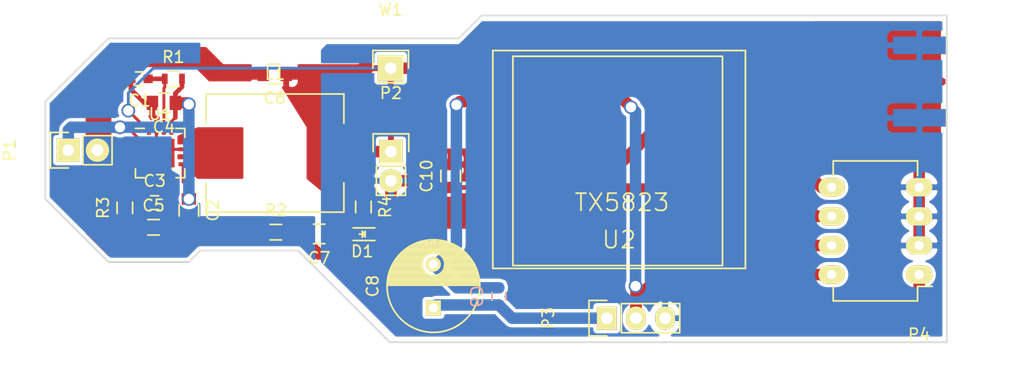
<source format=kicad_pcb>
(kicad_pcb (version 4) (host pcbnew "(2016-02-16 BZR 6561)-product")

  (general
    (links 66)
    (no_connects 0)
    (area 161.775 92.375 257.085543 125.508333)
    (thickness 1.6)
    (drawings 13)
    (tracks 212)
    (zones 0)
    (modules 24)
    (nets 19)
  )

  (page A4)
  (layers
    (0 F.Cu signal)
    (31 B.Cu signal)
    (32 B.Adhes user)
    (33 F.Adhes user)
    (34 B.Paste user)
    (35 F.Paste user)
    (36 B.SilkS user)
    (37 F.SilkS user)
    (38 B.Mask user)
    (39 F.Mask user)
    (40 Dwgs.User user)
    (41 Cmts.User user)
    (42 Eco1.User user)
    (43 Eco2.User user)
    (44 Edge.Cuts user)
    (45 Margin user)
    (46 B.CrtYd user)
    (47 F.CrtYd user)
    (48 B.Fab user)
    (49 F.Fab user)
  )

  (setup
    (last_trace_width 1)
    (user_trace_width 0.2)
    (user_trace_width 0.25)
    (user_trace_width 0.4)
    (user_trace_width 1)
    (trace_clearance 0.2)
    (zone_clearance 0.3)
    (zone_45_only no)
    (trace_min 0.2)
    (segment_width 0.2)
    (edge_width 0.15)
    (via_size 1.2)
    (via_drill 0.9)
    (via_min_size 0.6)
    (via_min_drill 0.3)
    (uvia_size 0.3)
    (uvia_drill 0.1)
    (uvias_allowed no)
    (uvia_min_size 0.2)
    (uvia_min_drill 0.1)
    (pcb_text_width 0.3)
    (pcb_text_size 1.5 1.5)
    (mod_edge_width 0.15)
    (mod_text_size 1 1)
    (mod_text_width 0.15)
    (pad_size 2.3 1.6)
    (pad_drill 0.8)
    (pad_to_mask_clearance 0.2)
    (aux_axis_origin 0 0)
    (visible_elements FFFFFF1F)
    (pcbplotparams
      (layerselection 0x00000_ffffffff)
      (usegerberextensions false)
      (excludeedgelayer true)
      (linewidth 0.100000)
      (plotframeref false)
      (viasonmask false)
      (mode 1)
      (useauxorigin false)
      (hpglpennumber 1)
      (hpglpenspeed 20)
      (hpglpendiameter 15)
      (psnegative false)
      (psa4output false)
      (plotreference true)
      (plotvalue true)
      (plotinvisibletext false)
      (padsonsilk false)
      (subtractmaskfromsilk false)
      (outputformat 4)
      (mirror false)
      (drillshape 1)
      (scaleselection 1)
      (outputdirectory gerber/))
  )

  (net 0 "")
  (net 1 "Net-(C1-Pad1)")
  (net 2 GNDPWR)
  (net 3 +5V)
  (net 4 "Net-(C3-Pad1)")
  (net 5 "Net-(C5-Pad1)")
  (net 6 +3.3VP)
  (net 7 GND)
  (net 8 "Net-(D1-Pad1)")
  (net 9 "Net-(L1-Pad1)")
  (net 10 "Net-(R3-Pad2)")
  (net 11 "Net-(C8-Pad1)")
  (net 12 "Net-(C8-Pad2)")
  (net 13 "Net-(C10-Pad1)")
  (net 14 "Net-(P4-Pad4)")
  (net 15 "Net-(P4-Pad6)")
  (net 16 "Net-(P4-Pad8)")
  (net 17 "Net-(SMA_E1-Pad1)")
  (net 18 "Net-(U2-Pad2)")

  (net_class Default "Dies ist die voreingestellte Netzklasse."
    (clearance 0.2)
    (trace_width 0.25)
    (via_dia 1.2)
    (via_drill 0.9)
    (uvia_dia 0.3)
    (uvia_drill 0.1)
    (add_net +3.3VP)
    (add_net +5V)
    (add_net GND)
    (add_net GNDPWR)
    (add_net "Net-(C1-Pad1)")
    (add_net "Net-(C10-Pad1)")
    (add_net "Net-(C3-Pad1)")
    (add_net "Net-(C5-Pad1)")
    (add_net "Net-(C8-Pad1)")
    (add_net "Net-(C8-Pad2)")
    (add_net "Net-(D1-Pad1)")
    (add_net "Net-(L1-Pad1)")
    (add_net "Net-(P4-Pad4)")
    (add_net "Net-(P4-Pad6)")
    (add_net "Net-(P4-Pad8)")
    (add_net "Net-(R3-Pad2)")
    (add_net "Net-(SMA_E1-Pad1)")
    (add_net "Net-(U2-Pad2)")
  )

  (module Capacitors_SMD:C_0805 (layer F.Cu) (tedit 5415D6EA) (tstamp 56C3AA45)
    (at 178.5 111 270)
    (descr "Capacitor SMD 0805, reflow soldering, AVX (see smccp.pdf)")
    (tags "capacitor 0805")
    (path /56C3AAB1)
    (attr smd)
    (fp_text reference C2 (at 0 -2.1 270) (layer F.SilkS)
      (effects (font (size 1 1) (thickness 0.15)))
    )
    (fp_text value 10u (at 0 2.1 270) (layer F.Fab)
      (effects (font (size 1 1) (thickness 0.15)))
    )
    (fp_line (start -1.8 -1) (end 1.8 -1) (layer F.CrtYd) (width 0.05))
    (fp_line (start -1.8 1) (end 1.8 1) (layer F.CrtYd) (width 0.05))
    (fp_line (start -1.8 -1) (end -1.8 1) (layer F.CrtYd) (width 0.05))
    (fp_line (start 1.8 -1) (end 1.8 1) (layer F.CrtYd) (width 0.05))
    (fp_line (start 0.5 -0.85) (end -0.5 -0.85) (layer F.SilkS) (width 0.15))
    (fp_line (start -0.5 0.85) (end 0.5 0.85) (layer F.SilkS) (width 0.15))
    (pad 1 smd rect (at -1 0 270) (size 1 1.25) (layers F.Cu F.Paste F.Mask)
      (net 3 +5V))
    (pad 2 smd rect (at 1 0 270) (size 1 1.25) (layers F.Cu F.Paste F.Mask)
      (net 2 GNDPWR))
    (model Capacitors_SMD.3dshapes/C_0805.wrl
      (at (xyz 0 0 0))
      (scale (xyz 1 1 1))
      (rotate (xyz 0 0 0))
    )
  )

  (module Capacitors_SMD:C_0603 (layer F.Cu) (tedit 5415D631) (tstamp 56C3AA39)
    (at 174.2 99.525 180)
    (descr "Capacitor SMD 0603, reflow soldering, AVX (see smccp.pdf)")
    (tags "capacitor 0603")
    (path /56C3A88F)
    (attr smd)
    (fp_text reference C1 (at 0 -1.9 180) (layer F.SilkS)
      (effects (font (size 1 1) (thickness 0.15)))
    )
    (fp_text value 100n (at 0 1.9 180) (layer F.Fab)
      (effects (font (size 1 1) (thickness 0.15)))
    )
    (fp_line (start -1.45 -0.75) (end 1.45 -0.75) (layer F.CrtYd) (width 0.05))
    (fp_line (start -1.45 0.75) (end 1.45 0.75) (layer F.CrtYd) (width 0.05))
    (fp_line (start -1.45 -0.75) (end -1.45 0.75) (layer F.CrtYd) (width 0.05))
    (fp_line (start 1.45 -0.75) (end 1.45 0.75) (layer F.CrtYd) (width 0.05))
    (fp_line (start -0.35 -0.6) (end 0.35 -0.6) (layer F.SilkS) (width 0.15))
    (fp_line (start 0.35 0.6) (end -0.35 0.6) (layer F.SilkS) (width 0.15))
    (pad 1 smd rect (at -0.75 0 180) (size 0.8 0.75) (layers F.Cu F.Paste F.Mask)
      (net 1 "Net-(C1-Pad1)"))
    (pad 2 smd rect (at 0.75 0 180) (size 0.8 0.75) (layers F.Cu F.Paste F.Mask)
      (net 2 GNDPWR))
    (model Capacitors_SMD.3dshapes/C_0603.wrl
      (at (xyz 0 0 0))
      (scale (xyz 1 1 1))
      (rotate (xyz 0 0 0))
    )
  )

  (module Capacitors_SMD:C_0603 (layer F.Cu) (tedit 5415D631) (tstamp 56C3AA51)
    (at 175.525 110.325)
    (descr "Capacitor SMD 0603, reflow soldering, AVX (see smccp.pdf)")
    (tags "capacitor 0603")
    (path /56C3A4E5)
    (attr smd)
    (fp_text reference C3 (at 0 -1.9) (layer F.SilkS)
      (effects (font (size 1 1) (thickness 0.15)))
    )
    (fp_text value 1n (at 0 1.9) (layer F.Fab)
      (effects (font (size 1 1) (thickness 0.15)))
    )
    (fp_line (start -1.45 -0.75) (end 1.45 -0.75) (layer F.CrtYd) (width 0.05))
    (fp_line (start -1.45 0.75) (end 1.45 0.75) (layer F.CrtYd) (width 0.05))
    (fp_line (start -1.45 -0.75) (end -1.45 0.75) (layer F.CrtYd) (width 0.05))
    (fp_line (start 1.45 -0.75) (end 1.45 0.75) (layer F.CrtYd) (width 0.05))
    (fp_line (start -0.35 -0.6) (end 0.35 -0.6) (layer F.SilkS) (width 0.15))
    (fp_line (start 0.35 0.6) (end -0.35 0.6) (layer F.SilkS) (width 0.15))
    (pad 1 smd rect (at -0.75 0) (size 0.8 0.75) (layers F.Cu F.Paste F.Mask)
      (net 4 "Net-(C3-Pad1)"))
    (pad 2 smd rect (at 0.75 0) (size 0.8 0.75) (layers F.Cu F.Paste F.Mask)
      (net 2 GNDPWR))
    (model Capacitors_SMD.3dshapes/C_0603.wrl
      (at (xyz 0 0 0))
      (scale (xyz 1 1 1))
      (rotate (xyz 0 0 0))
    )
  )

  (module Capacitors_SMD:C_0805 (layer F.Cu) (tedit 5415D6EA) (tstamp 56C3AA5D)
    (at 176.325 101.625 180)
    (descr "Capacitor SMD 0805, reflow soldering, AVX (see smccp.pdf)")
    (tags "capacitor 0805")
    (path /56C3AB0B)
    (attr smd)
    (fp_text reference C4 (at 0 -2.1 180) (layer F.SilkS)
      (effects (font (size 1 1) (thickness 0.15)))
    )
    (fp_text value 10u (at 0 2.1 180) (layer F.Fab)
      (effects (font (size 1 1) (thickness 0.15)))
    )
    (fp_line (start -1.8 -1) (end 1.8 -1) (layer F.CrtYd) (width 0.05))
    (fp_line (start -1.8 1) (end 1.8 1) (layer F.CrtYd) (width 0.05))
    (fp_line (start -1.8 -1) (end -1.8 1) (layer F.CrtYd) (width 0.05))
    (fp_line (start 1.8 -1) (end 1.8 1) (layer F.CrtYd) (width 0.05))
    (fp_line (start 0.5 -0.85) (end -0.5 -0.85) (layer F.SilkS) (width 0.15))
    (fp_line (start -0.5 0.85) (end 0.5 0.85) (layer F.SilkS) (width 0.15))
    (pad 1 smd rect (at -1 0 180) (size 1 1.25) (layers F.Cu F.Paste F.Mask)
      (net 3 +5V))
    (pad 2 smd rect (at 1 0 180) (size 1 1.25) (layers F.Cu F.Paste F.Mask)
      (net 2 GNDPWR))
    (model Capacitors_SMD.3dshapes/C_0805.wrl
      (at (xyz 0 0 0))
      (scale (xyz 1 1 1))
      (rotate (xyz 0 0 0))
    )
  )

  (module Resistors_SMD:R_0603 (layer F.Cu) (tedit 5415CC62) (tstamp 56C3AA69)
    (at 175.425 112.475)
    (descr "Resistor SMD 0603, reflow soldering, Vishay (see dcrcw.pdf)")
    (tags "resistor 0603")
    (path /56C3AD35)
    (attr smd)
    (fp_text reference C5 (at 0 -1.9) (layer F.SilkS)
      (effects (font (size 1 1) (thickness 0.15)))
    )
    (fp_text value 1n (at 0 1.9) (layer F.Fab)
      (effects (font (size 1 1) (thickness 0.15)))
    )
    (fp_line (start -1.3 -0.8) (end 1.3 -0.8) (layer F.CrtYd) (width 0.05))
    (fp_line (start -1.3 0.8) (end 1.3 0.8) (layer F.CrtYd) (width 0.05))
    (fp_line (start -1.3 -0.8) (end -1.3 0.8) (layer F.CrtYd) (width 0.05))
    (fp_line (start 1.3 -0.8) (end 1.3 0.8) (layer F.CrtYd) (width 0.05))
    (fp_line (start 0.5 0.675) (end -0.5 0.675) (layer F.SilkS) (width 0.15))
    (fp_line (start -0.5 -0.675) (end 0.5 -0.675) (layer F.SilkS) (width 0.15))
    (pad 1 smd rect (at -0.75 0) (size 0.5 0.9) (layers F.Cu F.Paste F.Mask)
      (net 5 "Net-(C5-Pad1)"))
    (pad 2 smd rect (at 0.75 0) (size 0.5 0.9) (layers F.Cu F.Paste F.Mask)
      (net 2 GNDPWR))
    (model Resistors_SMD.3dshapes/R_0603.wrl
      (at (xyz 0 0 0))
      (scale (xyz 1 1 1))
      (rotate (xyz 0 0 0))
    )
  )

  (module Capacitors_SMD:C_0805 (layer F.Cu) (tedit 5415D6EA) (tstamp 56C3AA75)
    (at 185.975 99.1 180)
    (descr "Capacitor SMD 0805, reflow soldering, AVX (see smccp.pdf)")
    (tags "capacitor 0805")
    (path /56C3A673)
    (attr smd)
    (fp_text reference C6 (at 0 -2.1 180) (layer F.SilkS)
      (effects (font (size 1 1) (thickness 0.15)))
    )
    (fp_text value 10u (at 0 2.1 180) (layer F.Fab)
      (effects (font (size 1 1) (thickness 0.15)))
    )
    (fp_line (start -1.8 -1) (end 1.8 -1) (layer F.CrtYd) (width 0.05))
    (fp_line (start -1.8 1) (end 1.8 1) (layer F.CrtYd) (width 0.05))
    (fp_line (start -1.8 -1) (end -1.8 1) (layer F.CrtYd) (width 0.05))
    (fp_line (start 1.8 -1) (end 1.8 1) (layer F.CrtYd) (width 0.05))
    (fp_line (start 0.5 -0.85) (end -0.5 -0.85) (layer F.SilkS) (width 0.15))
    (fp_line (start -0.5 0.85) (end 0.5 0.85) (layer F.SilkS) (width 0.15))
    (pad 1 smd rect (at -1 0 180) (size 1 1.25) (layers F.Cu F.Paste F.Mask)
      (net 6 +3.3VP))
    (pad 2 smd rect (at 1 0 180) (size 1 1.25) (layers F.Cu F.Paste F.Mask)
      (net 2 GNDPWR))
    (model Capacitors_SMD.3dshapes/C_0805.wrl
      (at (xyz 0 0 0))
      (scale (xyz 1 1 1))
      (rotate (xyz 0 0 0))
    )
  )

  (module Capacitors_SMD:C_0805 (layer F.Cu) (tedit 5415D6EA) (tstamp 56C3AA81)
    (at 189.85 113.05 180)
    (descr "Capacitor SMD 0805, reflow soldering, AVX (see smccp.pdf)")
    (tags "capacitor 0805")
    (path /56C3A6A8)
    (attr smd)
    (fp_text reference C7 (at 0 -2.1 180) (layer F.SilkS)
      (effects (font (size 1 1) (thickness 0.15)))
    )
    (fp_text value 4,7u (at 0 2.1 180) (layer F.Fab)
      (effects (font (size 1 1) (thickness 0.15)))
    )
    (fp_line (start -1.8 -1) (end 1.8 -1) (layer F.CrtYd) (width 0.05))
    (fp_line (start -1.8 1) (end 1.8 1) (layer F.CrtYd) (width 0.05))
    (fp_line (start -1.8 -1) (end -1.8 1) (layer F.CrtYd) (width 0.05))
    (fp_line (start 1.8 -1) (end 1.8 1) (layer F.CrtYd) (width 0.05))
    (fp_line (start 0.5 -0.85) (end -0.5 -0.85) (layer F.SilkS) (width 0.15))
    (fp_line (start -0.5 0.85) (end 0.5 0.85) (layer F.SilkS) (width 0.15))
    (pad 1 smd rect (at -1 0 180) (size 1 1.25) (layers F.Cu F.Paste F.Mask)
      (net 6 +3.3VP))
    (pad 2 smd rect (at 1 0 180) (size 1 1.25) (layers F.Cu F.Paste F.Mask)
      (net 7 GND))
    (model Capacitors_SMD.3dshapes/C_0805.wrl
      (at (xyz 0 0 0))
      (scale (xyz 1 1 1))
      (rotate (xyz 0 0 0))
    )
  )

  (module LEDs:LED_0603 (layer F.Cu) (tedit 55BDE255) (tstamp 56C3AA92)
    (at 193.6 113.075 180)
    (descr "LED 0603 smd package")
    (tags "LED led 0603 SMD smd SMT smt smdled SMDLED smtled SMTLED")
    (path /56C3B499)
    (attr smd)
    (fp_text reference D1 (at 0 -1.5 180) (layer F.SilkS)
      (effects (font (size 1 1) (thickness 0.15)))
    )
    (fp_text value green (at 0 1.5 180) (layer F.Fab)
      (effects (font (size 1 1) (thickness 0.15)))
    )
    (fp_line (start -1.1 0.55) (end 0.8 0.55) (layer F.SilkS) (width 0.15))
    (fp_line (start -1.1 -0.55) (end 0.8 -0.55) (layer F.SilkS) (width 0.15))
    (fp_line (start -0.2 0) (end 0.25 0) (layer F.SilkS) (width 0.15))
    (fp_line (start -0.25 -0.25) (end -0.25 0.25) (layer F.SilkS) (width 0.15))
    (fp_line (start -0.25 0) (end 0 -0.25) (layer F.SilkS) (width 0.15))
    (fp_line (start 0 -0.25) (end 0 0.25) (layer F.SilkS) (width 0.15))
    (fp_line (start 0 0.25) (end -0.25 0) (layer F.SilkS) (width 0.15))
    (fp_line (start 1.4 -0.75) (end 1.4 0.75) (layer F.CrtYd) (width 0.05))
    (fp_line (start 1.4 0.75) (end -1.4 0.75) (layer F.CrtYd) (width 0.05))
    (fp_line (start -1.4 0.75) (end -1.4 -0.75) (layer F.CrtYd) (width 0.05))
    (fp_line (start -1.4 -0.75) (end 1.4 -0.75) (layer F.CrtYd) (width 0.05))
    (pad 2 smd rect (at 0.7493 0) (size 0.79756 0.79756) (layers F.Cu F.Paste F.Mask)
      (net 6 +3.3VP))
    (pad 1 smd rect (at -0.7493 0) (size 0.79756 0.79756) (layers F.Cu F.Paste F.Mask)
      (net 8 "Net-(D1-Pad1)"))
    (model LEDs.3dshapes/LED_0603.wrl
      (at (xyz 0 0 0))
      (scale (xyz 1 1 1))
      (rotate (xyz 0 0 180))
    )
  )

  (module Inductors_NEOSID:Neosid_Inductor_SM-PIC1004H (layer F.Cu) (tedit 56C3B643) (tstamp 56C3AA9E)
    (at 186 106)
    (descr "Neosid, Inductor, SM-PIC1004H, Festinduktivitaet, SMD,")
    (tags "Neosid, Inductor, SM-PIC1004H, Festinduktivitaet, SMD,")
    (path /56C3A5E3)
    (attr smd)
    (fp_text reference L1 (at 0 -6.90118) (layer F.SilkS)
      (effects (font (size 1 1) (thickness 0.15)))
    )
    (fp_text value 3,3u (at 0 7.2009) (layer F.Fab)
      (effects (font (size 1 1) (thickness 0.15)))
    )
    (fp_line (start 5.99948 -2.60096) (end 5.99948 -5.15112) (layer F.SilkS) (width 0.15))
    (fp_line (start -5.99948 2.60096) (end -5.99948 5.15112) (layer F.SilkS) (width 0.15))
    (fp_line (start -5.99948 5.15112) (end 5.99948 5.15112) (layer F.SilkS) (width 0.15))
    (fp_line (start 5.99948 5.15112) (end 5.99948 2.60096) (layer F.SilkS) (width 0.15))
    (fp_line (start 5.99948 -5.15112) (end -5.99948 -5.15112) (layer F.SilkS) (width 0.15))
    (fp_line (start -5.99948 -5.15112) (end -5.99948 -2.60096) (layer F.SilkS) (width 0.15))
    (pad 1 smd rect (at -4.7498 0) (size 3.59918 4.09956) (layers F.Cu F.Paste F.Mask)
      (net 9 "Net-(L1-Pad1)"))
    (pad 2 smd rect (at 4.7498 0) (size 3.59918 4.09956) (layers F.Cu F.Paste F.Mask)
      (net 6 +3.3VP) (zone_connect 2))
  )

  (module Pin_Headers:Pin_Header_Straight_1x02 (layer F.Cu) (tedit 56C3B3F2) (tstamp 56C3AAA4)
    (at 168 105.75 90)
    (descr "Through hole pin header")
    (tags "pin header")
    (path /56C3A0A7)
    (fp_text reference P1 (at 0 -5.1 90) (layer F.SilkS)
      (effects (font (size 1 1) (thickness 0.15)))
    )
    (fp_text value CONN_01X02 (at 0 -3.1 90) (layer F.Fab)
      (effects (font (size 1 1) (thickness 0.15)))
    )
    (fp_line (start 1.27 1.27) (end 1.27 3.81) (layer F.SilkS) (width 0.15))
    (fp_line (start 1.55 -1.55) (end 1.55 0) (layer F.SilkS) (width 0.15))
    (fp_line (start -1.75 -1.75) (end -1.75 4.3) (layer F.CrtYd) (width 0.05))
    (fp_line (start 1.75 -1.75) (end 1.75 4.3) (layer F.CrtYd) (width 0.05))
    (fp_line (start -1.75 -1.75) (end 1.75 -1.75) (layer F.CrtYd) (width 0.05))
    (fp_line (start -1.75 4.3) (end 1.75 4.3) (layer F.CrtYd) (width 0.05))
    (fp_line (start 1.27 1.27) (end -1.27 1.27) (layer F.SilkS) (width 0.15))
    (fp_line (start -1.55 0) (end -1.55 -1.55) (layer F.SilkS) (width 0.15))
    (fp_line (start -1.55 -1.55) (end 1.55 -1.55) (layer F.SilkS) (width 0.15))
    (fp_line (start -1.27 1.27) (end -1.27 3.81) (layer F.SilkS) (width 0.15))
    (fp_line (start -1.27 3.81) (end 1.27 3.81) (layer F.SilkS) (width 0.15))
    (pad 1 thru_hole rect (at 0 0 90) (size 2.032 2.032) (drill 1.016) (layers *.Cu *.Mask F.SilkS)
      (net 3 +5V))
    (pad 2 thru_hole oval (at 0 2.54 90) (size 2.032 2.032) (drill 1.016) (layers *.Cu *.Mask F.SilkS)
      (net 2 GNDPWR) (zone_connect 2))
    (model Pin_Headers.3dshapes/Pin_Header_Straight_1x02.wrl
      (at (xyz 0 -0.05 0))
      (scale (xyz 1 1 1))
      (rotate (xyz 0 0 90))
    )
  )

  (module Pin_Headers:Pin_Header_Straight_1x02 (layer F.Cu) (tedit 54EA090C) (tstamp 56C3AAAA)
    (at 196.1 105.875)
    (descr "Through hole pin header")
    (tags "pin header")
    (path /56C3BEDA)
    (fp_text reference P2 (at 0 -5.1) (layer F.SilkS)
      (effects (font (size 1 1) (thickness 0.15)))
    )
    (fp_text value CONN_01X02 (at 0 -3.1) (layer F.Fab)
      (effects (font (size 1 1) (thickness 0.15)))
    )
    (fp_line (start 1.27 1.27) (end 1.27 3.81) (layer F.SilkS) (width 0.15))
    (fp_line (start 1.55 -1.55) (end 1.55 0) (layer F.SilkS) (width 0.15))
    (fp_line (start -1.75 -1.75) (end -1.75 4.3) (layer F.CrtYd) (width 0.05))
    (fp_line (start 1.75 -1.75) (end 1.75 4.3) (layer F.CrtYd) (width 0.05))
    (fp_line (start -1.75 -1.75) (end 1.75 -1.75) (layer F.CrtYd) (width 0.05))
    (fp_line (start -1.75 4.3) (end 1.75 4.3) (layer F.CrtYd) (width 0.05))
    (fp_line (start 1.27 1.27) (end -1.27 1.27) (layer F.SilkS) (width 0.15))
    (fp_line (start -1.55 0) (end -1.55 -1.55) (layer F.SilkS) (width 0.15))
    (fp_line (start -1.55 -1.55) (end 1.55 -1.55) (layer F.SilkS) (width 0.15))
    (fp_line (start -1.27 1.27) (end -1.27 3.81) (layer F.SilkS) (width 0.15))
    (fp_line (start -1.27 3.81) (end 1.27 3.81) (layer F.SilkS) (width 0.15))
    (pad 1 thru_hole rect (at 0 0) (size 2.032 2.032) (drill 1.016) (layers *.Cu *.Mask F.SilkS)
      (net 6 +3.3VP))
    (pad 2 thru_hole oval (at 0 2.54) (size 2.032 2.032) (drill 1.016) (layers *.Cu *.Mask F.SilkS)
      (net 7 GND))
    (model Pin_Headers.3dshapes/Pin_Header_Straight_1x02.wrl
      (at (xyz 0 -0.05 0))
      (scale (xyz 1 1 1))
      (rotate (xyz 0 0 90))
    )
  )

  (module Resistors_SMD:R_0603 (layer F.Cu) (tedit 5415CC62) (tstamp 56C3AAB6)
    (at 177.15 99.525)
    (descr "Resistor SMD 0603, reflow soldering, Vishay (see dcrcw.pdf)")
    (tags "resistor 0603")
    (path /56C3A267)
    (attr smd)
    (fp_text reference R1 (at 0 -1.9) (layer F.SilkS)
      (effects (font (size 1 1) (thickness 0.15)))
    )
    (fp_text value 10 (at 0 1.9) (layer F.Fab)
      (effects (font (size 1 1) (thickness 0.15)))
    )
    (fp_line (start -1.3 -0.8) (end 1.3 -0.8) (layer F.CrtYd) (width 0.05))
    (fp_line (start -1.3 0.8) (end 1.3 0.8) (layer F.CrtYd) (width 0.05))
    (fp_line (start -1.3 -0.8) (end -1.3 0.8) (layer F.CrtYd) (width 0.05))
    (fp_line (start 1.3 -0.8) (end 1.3 0.8) (layer F.CrtYd) (width 0.05))
    (fp_line (start 0.5 0.675) (end -0.5 0.675) (layer F.SilkS) (width 0.15))
    (fp_line (start -0.5 -0.675) (end 0.5 -0.675) (layer F.SilkS) (width 0.15))
    (pad 1 smd rect (at -0.75 0) (size 0.5 0.9) (layers F.Cu F.Paste F.Mask)
      (net 1 "Net-(C1-Pad1)"))
    (pad 2 smd rect (at 0.75 0) (size 0.5 0.9) (layers F.Cu F.Paste F.Mask)
      (net 3 +5V))
    (model Resistors_SMD.3dshapes/R_0603.wrl
      (at (xyz 0 0 0))
      (scale (xyz 1 1 1))
      (rotate (xyz 0 0 0))
    )
  )

  (module Resistors_SMD:R_0603 (layer F.Cu) (tedit 5415CC62) (tstamp 56C3AAC2)
    (at 186.075 112.9)
    (descr "Resistor SMD 0603, reflow soldering, Vishay (see dcrcw.pdf)")
    (tags "resistor 0603")
    (path /56C3A475)
    (attr smd)
    (fp_text reference R2 (at 0 -1.9) (layer F.SilkS)
      (effects (font (size 1 1) (thickness 0.15)))
    )
    (fp_text value 0 (at 0 1.9) (layer F.Fab)
      (effects (font (size 1 1) (thickness 0.15)))
    )
    (fp_line (start -1.3 -0.8) (end 1.3 -0.8) (layer F.CrtYd) (width 0.05))
    (fp_line (start -1.3 0.8) (end 1.3 0.8) (layer F.CrtYd) (width 0.05))
    (fp_line (start -1.3 -0.8) (end -1.3 0.8) (layer F.CrtYd) (width 0.05))
    (fp_line (start 1.3 -0.8) (end 1.3 0.8) (layer F.CrtYd) (width 0.05))
    (fp_line (start 0.5 0.675) (end -0.5 0.675) (layer F.SilkS) (width 0.15))
    (fp_line (start -0.5 -0.675) (end 0.5 -0.675) (layer F.SilkS) (width 0.15))
    (pad 1 smd rect (at -0.75 0) (size 0.5 0.9) (layers F.Cu F.Paste F.Mask)
      (net 2 GNDPWR))
    (pad 2 smd rect (at 0.75 0) (size 0.5 0.9) (layers F.Cu F.Paste F.Mask)
      (net 7 GND))
    (model Resistors_SMD.3dshapes/R_0603.wrl
      (at (xyz 0 0 0))
      (scale (xyz 1 1 1))
      (rotate (xyz 0 0 0))
    )
  )

  (module Resistors_SMD:R_0603 (layer F.Cu) (tedit 5415CC62) (tstamp 56C3AACE)
    (at 172.925 110.775 90)
    (descr "Resistor SMD 0603, reflow soldering, Vishay (see dcrcw.pdf)")
    (tags "resistor 0603")
    (path /56C3ACA7)
    (attr smd)
    (fp_text reference R3 (at 0 -1.9 90) (layer F.SilkS)
      (effects (font (size 1 1) (thickness 0.15)))
    )
    (fp_text value 68k (at 0 1.9 90) (layer F.Fab)
      (effects (font (size 1 1) (thickness 0.15)))
    )
    (fp_line (start -1.3 -0.8) (end 1.3 -0.8) (layer F.CrtYd) (width 0.05))
    (fp_line (start -1.3 0.8) (end 1.3 0.8) (layer F.CrtYd) (width 0.05))
    (fp_line (start -1.3 -0.8) (end -1.3 0.8) (layer F.CrtYd) (width 0.05))
    (fp_line (start 1.3 -0.8) (end 1.3 0.8) (layer F.CrtYd) (width 0.05))
    (fp_line (start 0.5 0.675) (end -0.5 0.675) (layer F.SilkS) (width 0.15))
    (fp_line (start -0.5 -0.675) (end 0.5 -0.675) (layer F.SilkS) (width 0.15))
    (pad 1 smd rect (at -0.75 0 90) (size 0.5 0.9) (layers F.Cu F.Paste F.Mask)
      (net 5 "Net-(C5-Pad1)"))
    (pad 2 smd rect (at 0.75 0 90) (size 0.5 0.9) (layers F.Cu F.Paste F.Mask)
      (net 10 "Net-(R3-Pad2)"))
    (model Resistors_SMD.3dshapes/R_0603.wrl
      (at (xyz 0 0 0))
      (scale (xyz 1 1 1))
      (rotate (xyz 0 0 0))
    )
  )

  (module Resistors_SMD:R_0603 (layer F.Cu) (tedit 5415CC62) (tstamp 56C3AADA)
    (at 193.7 110.7 270)
    (descr "Resistor SMD 0603, reflow soldering, Vishay (see dcrcw.pdf)")
    (tags "resistor 0603")
    (path /56C3B5A9)
    (attr smd)
    (fp_text reference R4 (at 0 -1.9 270) (layer F.SilkS)
      (effects (font (size 1 1) (thickness 0.15)))
    )
    (fp_text value 1k (at 0 1.9 270) (layer F.Fab)
      (effects (font (size 1 1) (thickness 0.15)))
    )
    (fp_line (start -1.3 -0.8) (end 1.3 -0.8) (layer F.CrtYd) (width 0.05))
    (fp_line (start -1.3 0.8) (end 1.3 0.8) (layer F.CrtYd) (width 0.05))
    (fp_line (start -1.3 -0.8) (end -1.3 0.8) (layer F.CrtYd) (width 0.05))
    (fp_line (start 1.3 -0.8) (end 1.3 0.8) (layer F.CrtYd) (width 0.05))
    (fp_line (start 0.5 0.675) (end -0.5 0.675) (layer F.SilkS) (width 0.15))
    (fp_line (start -0.5 -0.675) (end 0.5 -0.675) (layer F.SilkS) (width 0.15))
    (pad 1 smd rect (at -0.75 0 270) (size 0.5 0.9) (layers F.Cu F.Paste F.Mask)
      (net 7 GND))
    (pad 2 smd rect (at 0.75 0 270) (size 0.5 0.9) (layers F.Cu F.Paste F.Mask)
      (net 8 "Net-(D1-Pad1)"))
    (model Resistors_SMD.3dshapes/R_0603.wrl
      (at (xyz 0 0 0))
      (scale (xyz 1 1 1))
      (rotate (xyz 0 0 0))
    )
  )

  (module Housings_DFN_QFN:QFN-16-1EP_4x4mm_Pitch0.65mm (layer F.Cu) (tedit 54130A77) (tstamp 56C3AAFD)
    (at 176 106)
    (descr "16-Lead Plastic Quad Flat, No Lead Package (ML) - 4x4x0.9 mm Body [QFN]; (see Microchip Packaging Specification 00000049BS.pdf)")
    (tags "QFN 0.65")
    (path /56C3A232)
    (attr smd)
    (fp_text reference U1 (at 0 -3.4) (layer F.SilkS)
      (effects (font (size 1 1) (thickness 0.15)))
    )
    (fp_text value ADP2107 (at 0 3.4) (layer F.Fab)
      (effects (font (size 1 1) (thickness 0.15)))
    )
    (fp_line (start -2.65 -2.65) (end -2.65 2.65) (layer F.CrtYd) (width 0.05))
    (fp_line (start 2.65 -2.65) (end 2.65 2.65) (layer F.CrtYd) (width 0.05))
    (fp_line (start -2.65 -2.65) (end 2.65 -2.65) (layer F.CrtYd) (width 0.05))
    (fp_line (start -2.65 2.65) (end 2.65 2.65) (layer F.CrtYd) (width 0.05))
    (fp_line (start 2.15 -2.15) (end 2.15 -1.375) (layer F.SilkS) (width 0.15))
    (fp_line (start -2.15 2.15) (end -2.15 1.375) (layer F.SilkS) (width 0.15))
    (fp_line (start 2.15 2.15) (end 2.15 1.375) (layer F.SilkS) (width 0.15))
    (fp_line (start -2.15 -2.15) (end -1.375 -2.15) (layer F.SilkS) (width 0.15))
    (fp_line (start -2.15 2.15) (end -1.375 2.15) (layer F.SilkS) (width 0.15))
    (fp_line (start 2.15 2.15) (end 1.375 2.15) (layer F.SilkS) (width 0.15))
    (fp_line (start 2.15 -2.15) (end 1.375 -2.15) (layer F.SilkS) (width 0.15))
    (pad 1 smd rect (at -2 -0.975) (size 0.8 0.35) (layers F.Cu F.Paste F.Mask)
      (net 3 +5V))
    (pad 2 smd rect (at -2 -0.325) (size 0.8 0.35) (layers F.Cu F.Paste F.Mask)
      (net 2 GNDPWR))
    (pad 3 smd rect (at -2 0.325) (size 0.8 0.35) (layers F.Cu F.Paste F.Mask)
      (net 2 GNDPWR))
    (pad 4 smd rect (at -2 0.975) (size 0.8 0.35) (layers F.Cu F.Paste F.Mask)
      (net 2 GNDPWR))
    (pad 5 smd rect (at -0.975 2 90) (size 0.8 0.35) (layers F.Cu F.Paste F.Mask)
      (net 10 "Net-(R3-Pad2)"))
    (pad 6 smd rect (at -0.325 2 90) (size 0.8 0.35) (layers F.Cu F.Paste F.Mask)
      (net 4 "Net-(C3-Pad1)"))
    (pad 7 smd rect (at 0.325 2 90) (size 0.8 0.35) (layers F.Cu F.Paste F.Mask)
      (net 2 GNDPWR))
    (pad 8 smd rect (at 0.975 2 90) (size 0.8 0.35) (layers F.Cu F.Paste F.Mask))
    (pad 9 smd rect (at 2 0.975) (size 0.8 0.35) (layers F.Cu F.Paste F.Mask)
      (net 3 +5V))
    (pad 10 smd rect (at 2 0.325) (size 0.8 0.35) (layers F.Cu F.Paste F.Mask)
      (net 9 "Net-(L1-Pad1)"))
    (pad 11 smd rect (at 2 -0.325) (size 0.8 0.35) (layers F.Cu F.Paste F.Mask)
      (net 2 GNDPWR))
    (pad 12 smd rect (at 2 -0.975) (size 0.8 0.35) (layers F.Cu F.Paste F.Mask)
      (net 9 "Net-(L1-Pad1)"))
    (pad 13 smd rect (at 0.975 -2 90) (size 0.8 0.35) (layers F.Cu F.Paste F.Mask)
      (net 3 +5V))
    (pad 14 smd rect (at 0.325 -2 90) (size 0.8 0.35) (layers F.Cu F.Paste F.Mask)
      (net 1 "Net-(C1-Pad1)"))
    (pad 15 smd rect (at -0.325 -2 90) (size 0.8 0.35) (layers F.Cu F.Paste F.Mask)
      (net 2 GNDPWR))
    (pad 16 smd rect (at -0.975 -2 90) (size 0.8 0.35) (layers F.Cu F.Paste F.Mask)
      (net 6 +3.3VP))
    (pad 17 smd rect (at 0.625 0.625) (size 1.25 1.25) (layers F.Cu F.Paste F.Mask)
      (net 2 GNDPWR) (solder_paste_margin_ratio -0.2))
    (pad 17 smd rect (at 0.625 -0.625) (size 1.25 1.25) (layers F.Cu F.Paste F.Mask)
      (net 2 GNDPWR) (solder_paste_margin_ratio -0.2))
    (pad 17 smd rect (at -0.625 0.625) (size 1.25 1.25) (layers F.Cu F.Paste F.Mask)
      (net 2 GNDPWR) (solder_paste_margin_ratio -0.2))
    (pad 17 smd rect (at -0.625 -0.625) (size 1.25 1.25) (layers F.Cu F.Paste F.Mask)
      (net 2 GNDPWR) (solder_paste_margin_ratio -0.2))
    (model Housings_DFN_QFN.3dshapes/QFN-16-1EP_4x4mm_Pitch0.65mm.wrl
      (at (xyz 0 0 0))
      (scale (xyz 1 1 1))
      (rotate (xyz 0 0 0))
    )
  )

  (module Pin_Headers:Pin_Header_Straight_1x01 (layer F.Cu) (tedit 54EA08DC) (tstamp 56C3AB02)
    (at 196.075 98.6)
    (descr "Through hole pin header")
    (tags "pin header")
    (path /56C3B792)
    (fp_text reference W1 (at 0 -5.1) (layer F.SilkS)
      (effects (font (size 1 1) (thickness 0.15)))
    )
    (fp_text value TEST_1P (at 0 -3.1) (layer F.Fab)
      (effects (font (size 1 1) (thickness 0.15)))
    )
    (fp_line (start 1.55 -1.55) (end 1.55 0) (layer F.SilkS) (width 0.15))
    (fp_line (start -1.75 -1.75) (end -1.75 1.75) (layer F.CrtYd) (width 0.05))
    (fp_line (start 1.75 -1.75) (end 1.75 1.75) (layer F.CrtYd) (width 0.05))
    (fp_line (start -1.75 -1.75) (end 1.75 -1.75) (layer F.CrtYd) (width 0.05))
    (fp_line (start -1.75 1.75) (end 1.75 1.75) (layer F.CrtYd) (width 0.05))
    (fp_line (start -1.55 0) (end -1.55 -1.55) (layer F.SilkS) (width 0.15))
    (fp_line (start -1.55 -1.55) (end 1.55 -1.55) (layer F.SilkS) (width 0.15))
    (fp_line (start -1.27 1.27) (end 1.27 1.27) (layer F.SilkS) (width 0.15))
    (pad 1 thru_hole rect (at 0 0) (size 2.2352 2.2352) (drill 1.016) (layers *.Cu *.Mask F.SilkS)
      (net 6 +3.3VP))
    (model Pin_Headers.3dshapes/Pin_Header_Straight_1x01.wrl
      (at (xyz 0 0 0))
      (scale (xyz 1 1 1))
      (rotate (xyz 0 0 90))
    )
  )

  (module Capacitors_ThroughHole:C_Radial_D8_L13_P3.8 (layer F.Cu) (tedit 0) (tstamp 56C4C7C4)
    (at 199.8 119.5 90)
    (descr "Radial Electrolytic Capacitor Diameter 8mm x Length 13mm, Pitch 3.8mm")
    (tags "Electrolytic Capacitor")
    (path /56C4DB50)
    (fp_text reference C8 (at 1.9 -5.3 90) (layer F.SilkS)
      (effects (font (size 1 1) (thickness 0.15)))
    )
    (fp_text value 470u (at 1.9 5.3 90) (layer F.Fab)
      (effects (font (size 1 1) (thickness 0.15)))
    )
    (fp_line (start 1.975 -3.999) (end 1.975 3.999) (layer F.SilkS) (width 0.15))
    (fp_line (start 2.115 -3.994) (end 2.115 3.994) (layer F.SilkS) (width 0.15))
    (fp_line (start 2.255 -3.984) (end 2.255 3.984) (layer F.SilkS) (width 0.15))
    (fp_line (start 2.395 -3.969) (end 2.395 3.969) (layer F.SilkS) (width 0.15))
    (fp_line (start 2.535 -3.949) (end 2.535 3.949) (layer F.SilkS) (width 0.15))
    (fp_line (start 2.675 -3.924) (end 2.675 3.924) (layer F.SilkS) (width 0.15))
    (fp_line (start 2.815 -3.894) (end 2.815 -0.173) (layer F.SilkS) (width 0.15))
    (fp_line (start 2.815 0.173) (end 2.815 3.894) (layer F.SilkS) (width 0.15))
    (fp_line (start 2.955 -3.858) (end 2.955 -0.535) (layer F.SilkS) (width 0.15))
    (fp_line (start 2.955 0.535) (end 2.955 3.858) (layer F.SilkS) (width 0.15))
    (fp_line (start 3.095 -3.817) (end 3.095 -0.709) (layer F.SilkS) (width 0.15))
    (fp_line (start 3.095 0.709) (end 3.095 3.817) (layer F.SilkS) (width 0.15))
    (fp_line (start 3.235 -3.771) (end 3.235 -0.825) (layer F.SilkS) (width 0.15))
    (fp_line (start 3.235 0.825) (end 3.235 3.771) (layer F.SilkS) (width 0.15))
    (fp_line (start 3.375 -3.718) (end 3.375 -0.905) (layer F.SilkS) (width 0.15))
    (fp_line (start 3.375 0.905) (end 3.375 3.718) (layer F.SilkS) (width 0.15))
    (fp_line (start 3.515 -3.659) (end 3.515 -0.959) (layer F.SilkS) (width 0.15))
    (fp_line (start 3.515 0.959) (end 3.515 3.659) (layer F.SilkS) (width 0.15))
    (fp_line (start 3.655 -3.594) (end 3.655 -0.989) (layer F.SilkS) (width 0.15))
    (fp_line (start 3.655 0.989) (end 3.655 3.594) (layer F.SilkS) (width 0.15))
    (fp_line (start 3.795 -3.523) (end 3.795 -1) (layer F.SilkS) (width 0.15))
    (fp_line (start 3.795 1) (end 3.795 3.523) (layer F.SilkS) (width 0.15))
    (fp_line (start 3.935 -3.444) (end 3.935 -0.991) (layer F.SilkS) (width 0.15))
    (fp_line (start 3.935 0.991) (end 3.935 3.444) (layer F.SilkS) (width 0.15))
    (fp_line (start 4.075 -3.357) (end 4.075 -0.961) (layer F.SilkS) (width 0.15))
    (fp_line (start 4.075 0.961) (end 4.075 3.357) (layer F.SilkS) (width 0.15))
    (fp_line (start 4.215 -3.262) (end 4.215 -0.91) (layer F.SilkS) (width 0.15))
    (fp_line (start 4.215 0.91) (end 4.215 3.262) (layer F.SilkS) (width 0.15))
    (fp_line (start 4.355 -3.158) (end 4.355 -0.832) (layer F.SilkS) (width 0.15))
    (fp_line (start 4.355 0.832) (end 4.355 3.158) (layer F.SilkS) (width 0.15))
    (fp_line (start 4.495 -3.044) (end 4.495 -0.719) (layer F.SilkS) (width 0.15))
    (fp_line (start 4.495 0.719) (end 4.495 3.044) (layer F.SilkS) (width 0.15))
    (fp_line (start 4.635 -2.919) (end 4.635 -0.55) (layer F.SilkS) (width 0.15))
    (fp_line (start 4.635 0.55) (end 4.635 2.919) (layer F.SilkS) (width 0.15))
    (fp_line (start 4.775 -2.781) (end 4.775 -0.222) (layer F.SilkS) (width 0.15))
    (fp_line (start 4.775 0.222) (end 4.775 2.781) (layer F.SilkS) (width 0.15))
    (fp_line (start 4.915 -2.629) (end 4.915 2.629) (layer F.SilkS) (width 0.15))
    (fp_line (start 5.055 -2.459) (end 5.055 2.459) (layer F.SilkS) (width 0.15))
    (fp_line (start 5.195 -2.268) (end 5.195 2.268) (layer F.SilkS) (width 0.15))
    (fp_line (start 5.335 -2.05) (end 5.335 2.05) (layer F.SilkS) (width 0.15))
    (fp_line (start 5.475 -1.794) (end 5.475 1.794) (layer F.SilkS) (width 0.15))
    (fp_line (start 5.615 -1.483) (end 5.615 1.483) (layer F.SilkS) (width 0.15))
    (fp_line (start 5.755 -1.067) (end 5.755 1.067) (layer F.SilkS) (width 0.15))
    (fp_line (start 5.895 -0.2) (end 5.895 0.2) (layer F.SilkS) (width 0.15))
    (fp_circle (center 3.8 0) (end 3.8 -1) (layer F.SilkS) (width 0.15))
    (fp_circle (center 1.9 0) (end 1.9 -4.0375) (layer F.SilkS) (width 0.15))
    (fp_circle (center 1.9 0) (end 1.9 -4.3) (layer F.CrtYd) (width 0.05))
    (pad 1 thru_hole rect (at 0 0 90) (size 1.3 1.3) (drill 0.8) (layers *.Cu *.Mask F.SilkS)
      (net 11 "Net-(C8-Pad1)"))
    (pad 2 thru_hole circle (at 3.8 0 90) (size 1.3 1.3) (drill 0.8) (layers *.Cu *.Mask F.SilkS)
      (net 12 "Net-(C8-Pad2)"))
    (model Capacitors_ThroughHole.3dshapes/C_Radial_D8_L13_P3.8.wrl
      (at (xyz 0.0748031 0 0))
      (scale (xyz 1 1 1))
      (rotate (xyz 0 0 90))
    )
  )

  (module Capacitors_SMD:C_0603 (layer B.Cu) (tedit 5415D631) (tstamp 56C4C7CA)
    (at 205.5 118.5 270)
    (descr "Capacitor SMD 0603, reflow soldering, AVX (see smccp.pdf)")
    (tags "capacitor 0603")
    (path /56C4E89F)
    (attr smd)
    (fp_text reference C9 (at 0 1.9 270) (layer B.SilkS)
      (effects (font (size 1 1) (thickness 0.15)) (justify mirror))
    )
    (fp_text value 100n (at 0 -1.9 270) (layer B.Fab)
      (effects (font (size 1 1) (thickness 0.15)) (justify mirror))
    )
    (fp_line (start -1.45 0.75) (end 1.45 0.75) (layer B.CrtYd) (width 0.05))
    (fp_line (start -1.45 -0.75) (end 1.45 -0.75) (layer B.CrtYd) (width 0.05))
    (fp_line (start -1.45 0.75) (end -1.45 -0.75) (layer B.CrtYd) (width 0.05))
    (fp_line (start 1.45 0.75) (end 1.45 -0.75) (layer B.CrtYd) (width 0.05))
    (fp_line (start -0.35 0.6) (end 0.35 0.6) (layer B.SilkS) (width 0.15))
    (fp_line (start 0.35 -0.6) (end -0.35 -0.6) (layer B.SilkS) (width 0.15))
    (pad 1 smd rect (at -0.75 0 270) (size 0.8 0.75) (layers B.Cu B.Paste B.Mask)
      (net 12 "Net-(C8-Pad2)"))
    (pad 2 smd rect (at 0.75 0 270) (size 0.8 0.75) (layers B.Cu B.Paste B.Mask)
      (net 11 "Net-(C8-Pad1)"))
    (model Capacitors_SMD.3dshapes/C_0603.wrl
      (at (xyz 0 0 0))
      (scale (xyz 1 1 1))
      (rotate (xyz 0 0 0))
    )
  )

  (module Capacitors_SMD:C_0805 (layer F.Cu) (tedit 5415D6EA) (tstamp 56C4C7D0)
    (at 201.3 108 90)
    (descr "Capacitor SMD 0805, reflow soldering, AVX (see smccp.pdf)")
    (tags "capacitor 0805")
    (path /56C4C9BC)
    (attr smd)
    (fp_text reference C10 (at 0 -2.1 90) (layer F.SilkS)
      (effects (font (size 1 1) (thickness 0.15)))
    )
    (fp_text value 10u (at 0 2.1 90) (layer F.Fab)
      (effects (font (size 1 1) (thickness 0.15)))
    )
    (fp_line (start -1.8 -1) (end 1.8 -1) (layer F.CrtYd) (width 0.05))
    (fp_line (start -1.8 1) (end 1.8 1) (layer F.CrtYd) (width 0.05))
    (fp_line (start -1.8 -1) (end -1.8 1) (layer F.CrtYd) (width 0.05))
    (fp_line (start 1.8 -1) (end 1.8 1) (layer F.CrtYd) (width 0.05))
    (fp_line (start 0.5 -0.85) (end -0.5 -0.85) (layer F.SilkS) (width 0.15))
    (fp_line (start -0.5 0.85) (end 0.5 0.85) (layer F.SilkS) (width 0.15))
    (pad 1 smd rect (at -1 0 90) (size 1 1.25) (layers F.Cu F.Paste F.Mask)
      (net 13 "Net-(C10-Pad1)"))
    (pad 2 smd rect (at 1 0 90) (size 1 1.25) (layers F.Cu F.Paste F.Mask)
      (net 7 GND))
    (model Capacitors_SMD.3dshapes/C_0805.wrl
      (at (xyz 0 0 0))
      (scale (xyz 1 1 1))
      (rotate (xyz 0 0 0))
    )
  )

  (module Pin_Headers:Pin_Header_Straight_1x03 (layer F.Cu) (tedit 0) (tstamp 56C4C7D7)
    (at 214.9 120.4 90)
    (descr "Through hole pin header")
    (tags "pin header")
    (path /56C4D73F)
    (fp_text reference P3 (at 0 -5.1 90) (layer F.SilkS)
      (effects (font (size 1 1) (thickness 0.15)))
    )
    (fp_text value CONN_01X03 (at 0 -3.1 90) (layer F.Fab)
      (effects (font (size 1 1) (thickness 0.15)))
    )
    (fp_line (start -1.75 -1.75) (end -1.75 6.85) (layer F.CrtYd) (width 0.05))
    (fp_line (start 1.75 -1.75) (end 1.75 6.85) (layer F.CrtYd) (width 0.05))
    (fp_line (start -1.75 -1.75) (end 1.75 -1.75) (layer F.CrtYd) (width 0.05))
    (fp_line (start -1.75 6.85) (end 1.75 6.85) (layer F.CrtYd) (width 0.05))
    (fp_line (start -1.27 1.27) (end -1.27 6.35) (layer F.SilkS) (width 0.15))
    (fp_line (start -1.27 6.35) (end 1.27 6.35) (layer F.SilkS) (width 0.15))
    (fp_line (start 1.27 6.35) (end 1.27 1.27) (layer F.SilkS) (width 0.15))
    (fp_line (start 1.55 -1.55) (end 1.55 0) (layer F.SilkS) (width 0.15))
    (fp_line (start 1.27 1.27) (end -1.27 1.27) (layer F.SilkS) (width 0.15))
    (fp_line (start -1.55 0) (end -1.55 -1.55) (layer F.SilkS) (width 0.15))
    (fp_line (start -1.55 -1.55) (end 1.55 -1.55) (layer F.SilkS) (width 0.15))
    (pad 1 thru_hole rect (at 0 0 90) (size 2.032 1.7272) (drill 1.016) (layers *.Cu *.Mask F.SilkS)
      (net 11 "Net-(C8-Pad1)"))
    (pad 2 thru_hole oval (at 0 2.54 90) (size 2.032 1.7272) (drill 1.016) (layers *.Cu *.Mask F.SilkS)
      (net 6 +3.3VP))
    (pad 3 thru_hole oval (at 0 5.08 90) (size 2.032 1.7272) (drill 1.016) (layers *.Cu *.Mask F.SilkS)
      (net 7 GND))
    (model Pin_Headers.3dshapes/Pin_Header_Straight_1x03.wrl
      (at (xyz 0 -0.1 0))
      (scale (xyz 1 1 1))
      (rotate (xyz 0 0 90))
    )
  )

  (module Housings_DIP:DIP-8_W7.62mm_LongPads (layer F.Cu) (tedit 56C4C911) (tstamp 56C4C7E3)
    (at 242.1 116.6 180)
    (descr "8-lead dip package, row spacing 7.62 mm (300 mils), longer pads")
    (tags "dil dip 2.54 300")
    (path /56C4CDBF)
    (fp_text reference P4 (at 0 -5.22 180) (layer F.SilkS)
      (effects (font (size 1 1) (thickness 0.15)))
    )
    (fp_text value CONN_02X04 (at 0 -3.72 180) (layer F.Fab)
      (effects (font (size 1 1) (thickness 0.15)))
    )
    (fp_line (start -1.4 -2.45) (end -1.4 10.1) (layer F.CrtYd) (width 0.05))
    (fp_line (start 9 -2.45) (end 9 10.1) (layer F.CrtYd) (width 0.05))
    (fp_line (start -1.4 -2.45) (end 9 -2.45) (layer F.CrtYd) (width 0.05))
    (fp_line (start -1.4 10.1) (end 9 10.1) (layer F.CrtYd) (width 0.05))
    (fp_line (start 0.135 -2.295) (end 0.135 -1.025) (layer F.SilkS) (width 0.15))
    (fp_line (start 7.485 -2.295) (end 7.485 -1.025) (layer F.SilkS) (width 0.15))
    (fp_line (start 7.485 9.915) (end 7.485 8.645) (layer F.SilkS) (width 0.15))
    (fp_line (start 0.135 9.915) (end 0.135 8.645) (layer F.SilkS) (width 0.15))
    (fp_line (start 0.135 -2.295) (end 7.485 -2.295) (layer F.SilkS) (width 0.15))
    (fp_line (start 0.135 9.915) (end 7.485 9.915) (layer F.SilkS) (width 0.15))
    (fp_line (start 0.135 -1.025) (end -1.15 -1.025) (layer F.SilkS) (width 0.15))
    (pad 1 thru_hole oval (at 0 0 180) (size 2.3 1.6) (drill 0.8) (layers *.Cu *.Mask F.SilkS)
      (net 6 +3.3VP))
    (pad 3 thru_hole oval (at 0 2.54 180) (size 2.3 1.6) (drill 0.8) (layers *.Cu *.Mask F.SilkS)
      (net 7 GND))
    (pad 5 thru_hole oval (at 0 5.08 180) (size 2.3 1.6) (drill 0.8) (layers *.Cu *.Mask F.SilkS)
      (net 7 GND))
    (pad 7 thru_hole oval (at 0 7.62 180) (size 2.3 1.6) (drill 0.8) (layers *.Cu *.Mask F.SilkS)
      (net 7 GND))
    (pad 8 thru_hole oval (at 7.62 7.62 180) (size 2.3 1.6) (drill 0.8) (layers *.Cu *.Mask F.SilkS)
      (net 16 "Net-(P4-Pad8)"))
    (pad 6 thru_hole oval (at 7.62 5.08 180) (size 2.3 1.6) (drill 0.8) (layers *.Cu *.Mask F.SilkS)
      (net 15 "Net-(P4-Pad6)"))
    (pad 4 thru_hole oval (at 7.62 2.54 180) (size 2.3 1.6) (drill 0.8) (layers *.Cu *.Mask F.SilkS)
      (net 14 "Net-(P4-Pad4)"))
    (pad 2 thru_hole oval (at 7.62 0 180) (size 2.3 1.6) (drill 0.8) (layers *.Cu *.Mask F.SilkS)
      (net 13 "Net-(C10-Pad1)"))
    (model Housings_DIP.3dshapes/DIP-8_W7.62mm_LongPads.wrl
      (at (xyz 0 0 0))
      (scale (xyz 1 1 1))
      (rotate (xyz 0 0 0))
    )
  )

  (module library_toni:SMA_EDGE (layer F.Cu) (tedit 551DD6DF) (tstamp 56C4C7ED)
    (at 251 98.5)
    (path /56C4ED95)
    (fp_text reference SMA_E1 (at 0 0) (layer F.SilkS) hide
      (effects (font (thickness 0.3048)))
    )
    (fp_text value SMA_EDGE (at 0 2.54) (layer F.SilkS) hide
      (effects (font (thickness 0.3048)))
    )
    (pad 2 connect rect (at -8.8773 4.42976) (size 4.572 1.524) (layers B.Cu B.Mask)
      (net 7 GND))
    (pad 0 connect rect (at -8.8773 -1.89484) (size 4.572 1.524) (layers B.Cu B.Mask)
      (net 7 GND))
    (pad 0 connect rect (at -8.8773 -1.89484) (size 4.572 1.524) (layers F.Cu F.Mask)
      (net 7 GND))
    (pad 1 connect trapezoid (at -6.858 1.27) (size 0.50038 0.7) (rect_delta 0.3 0 ) (layers F.Cu F.Mask)
      (net 17 "Net-(SMA_E1-Pad1)"))
    (pad 2 connect rect (at -8.8773 4.42976) (size 4.572 1.524) (layers F.Cu F.Mask)
      (net 7 GND))
    (pad 1 connect rect (at -9.144 1.27) (size 4.07162 1) (layers F.Cu F.Mask)
      (net 17 "Net-(SMA_E1-Pad1)"))
    (model SMA_EDGE.wrl
      (at (xyz -0.205 -0.05 -0.12))
      (scale (xyz 1.3 1.3 1.3))
      (rotate (xyz 270 0 180))
    )
  )

  (module library_toni:TX5823 (layer F.Cu) (tedit 5517E82D) (tstamp 56C4C7FC)
    (at 216.4 106.6)
    (path /56C4C0C0)
    (fp_text reference U2 (at -0.43 6.96) (layer F.SilkS)
      (effects (font (size 1.5 1.5) (thickness 0.15)))
    )
    (fp_text value TX5823 (at -0.18 3.71) (layer F.SilkS)
      (effects (font (size 1.5 1.5) (thickness 0.15)))
    )
    (fp_line (start -9.68 -9.04) (end 8.57 -9.04) (layer F.SilkS) (width 0.15))
    (fp_line (start 8.57 -9.04) (end 8.57 9.21) (layer F.SilkS) (width 0.15))
    (fp_line (start 8.57 9.21) (end -9.68 9.21) (layer F.SilkS) (width 0.15))
    (fp_line (start -9.68 9.21) (end -9.68 -9.04) (layer F.SilkS) (width 0.15))
    (fp_line (start -11.43 -9.54) (end 10.57 -9.54) (layer F.SilkS) (width 0.15))
    (fp_line (start 10.57 -9.54) (end 10.57 9.46) (layer F.SilkS) (width 0.15))
    (fp_line (start 10.57 9.46) (end -11.43 9.46) (layer F.SilkS) (width 0.15))
    (fp_line (start -11.43 9.46) (end -11.43 -9.54) (layer F.SilkS) (width 0.15))
    (pad 1 smd oval (at -11.43 -5.08) (size 3 1.6) (layers F.Cu F.Paste F.Mask)
      (net 12 "Net-(C8-Pad2)"))
    (pad 2 smd oval (at -11.43 -2.54) (size 3 1.6) (layers F.Cu F.Paste F.Mask)
      (net 18 "Net-(U2-Pad2)"))
    (pad 3 smd oval (at -11.43 0) (size 3 1.6) (layers F.Cu F.Paste F.Mask)
      (net 7 GND))
    (pad 4 smd oval (at -11.43 2.54) (size 3 1.6) (layers F.Cu F.Paste F.Mask)
      (net 13 "Net-(C10-Pad1)"))
    (pad 5 smd oval (at -11.43 5.08) (size 3 1.6) (layers F.Cu F.Paste F.Mask)
      (net 7 GND))
    (pad 6 smd oval (at 10.69 5.08) (size 3 1.6) (layers F.Cu F.Paste F.Mask)
      (net 14 "Net-(P4-Pad4)"))
    (pad 7 smd oval (at 10.69 2.54) (size 3 1.6) (layers F.Cu F.Paste F.Mask)
      (net 15 "Net-(P4-Pad6)"))
    (pad 8 smd oval (at 10.69 0) (size 3 1.6) (layers F.Cu F.Paste F.Mask)
      (net 16 "Net-(P4-Pad8)"))
    (pad 9 smd oval (at 10.69 -2.54) (size 3 1.6) (layers F.Cu F.Paste F.Mask)
      (net 7 GND))
    (pad 10 smd oval (at 10.69 -5.08) (size 3 1.6) (layers F.Cu F.Paste F.Mask)
      (net 17 "Net-(SMA_E1-Pad1)"))
    (pad 11 smd oval (at 10.69 -7.62) (size 3 1.6) (layers F.Cu F.Paste F.Mask)
      (net 7 GND))
  )

  (gr_line (start 204 94) (end 244.5 94) (angle 90) (layer Edge.Cuts) (width 0.15))
  (gr_line (start 202 96) (end 204 94) (angle 90) (layer Edge.Cuts) (width 0.15))
  (gr_line (start 171.5 96) (end 202 96) (angle 90) (layer Edge.Cuts) (width 0.15))
  (gr_line (start 166 101.5) (end 171.5 96) (angle 90) (layer Edge.Cuts) (width 0.15))
  (gr_line (start 166 110) (end 166 101.5) (angle 90) (layer Edge.Cuts) (width 0.15))
  (gr_line (start 171.5 115.5) (end 166 110) (angle 90) (layer Edge.Cuts) (width 0.15))
  (gr_line (start 178.5 115.5) (end 171.5 115.5) (angle 90) (layer Edge.Cuts) (width 0.15))
  (gr_line (start 179.5 114.5) (end 178.5 115.5) (angle 90) (layer Edge.Cuts) (width 0.15))
  (gr_line (start 188 114.5) (end 179.5 114.5) (angle 90) (layer Edge.Cuts) (width 0.15))
  (gr_line (start 196 122.5) (end 188 114.5) (angle 90) (layer Edge.Cuts) (width 0.15))
  (gr_line (start 196.5 122.5) (end 196 122.5) (angle 90) (layer Edge.Cuts) (width 0.15))
  (gr_line (start 244.5 122.5) (end 196.5 122.5) (angle 90) (layer Edge.Cuts) (width 0.15))
  (gr_line (start 244.5 94) (end 244.5 122.5) (angle 90) (layer Edge.Cuts) (width 0.15))

  (segment (start 174.95 99.525) (end 176.4 99.525) (width 0.4) (layer F.Cu) (net 1) (status 30))
  (segment (start 176.325 104) (end 176.325 100.35) (width 0.25) (layer F.Cu) (net 1) (status 10))
  (segment (start 176.4 100.275) (end 176.4 99.525) (width 0.25) (layer F.Cu) (net 1) (tstamp 56C3ACA2) (status 20))
  (segment (start 176.325 100.35) (end 176.4 100.275) (width 0.25) (layer F.Cu) (net 1) (tstamp 56C3ACA0))
  (segment (start 175.325 101.625) (end 174.625 101.625) (width 0.4) (layer F.Cu) (net 2) (status 10))
  (segment (start 173.45 100.45) (end 173.45 99.525) (width 0.4) (layer F.Cu) (net 2) (tstamp 56C3B4D5) (status 20))
  (segment (start 174.625 101.625) (end 173.45 100.45) (width 0.4) (layer F.Cu) (net 2) (tstamp 56C3B4D0))
  (segment (start 184.975 99.1) (end 180.85 99.1) (width 1) (layer F.Cu) (net 2) (status 10))
  (segment (start 170.54 99.21) (end 170.54 105.75) (width 1) (layer F.Cu) (net 2) (tstamp 56C3B465) (status 20))
  (segment (start 172 97.75) (end 170.54 99.21) (width 1) (layer F.Cu) (net 2) (tstamp 56C3B462))
  (segment (start 179.5 97.75) (end 172 97.75) (width 1) (layer F.Cu) (net 2) (tstamp 56C3B461))
  (segment (start 180.85 99.1) (end 179.5 97.75) (width 1) (layer F.Cu) (net 2) (tstamp 56C3B45D))
  (segment (start 170.5 109) (end 170.5 105.79) (width 1) (layer F.Cu) (net 2) (status 20))
  (segment (start 170.5 105.79) (end 170.54 105.75) (width 1) (layer F.Cu) (net 2) (tstamp 56C3B3E2) (status 30))
  (segment (start 178.5 112) (end 178.5 112.55) (width 0.25) (layer F.Cu) (net 2) (status 10))
  (segment (start 178.5 112.55) (end 178.85 112.9) (width 0.25) (layer F.Cu) (net 2) (tstamp 56C3B37D))
  (segment (start 178.85 112.9) (end 185.325 112.9) (width 1) (layer F.Cu) (net 2) (tstamp 56C3B203) (status 20))
  (segment (start 177.5 114.25) (end 178.85 112.9) (width 1) (layer F.Cu) (net 2) (tstamp 56C3B201))
  (segment (start 171.75 114.25) (end 177.5 114.25) (width 1) (layer F.Cu) (net 2) (tstamp 56C3B200))
  (segment (start 170.5 113) (end 171.75 114.25) (width 1) (layer F.Cu) (net 2) (tstamp 56C3B1FF))
  (segment (start 170.5 109.25) (end 170.5 109) (width 1) (layer F.Cu) (net 2) (tstamp 56C3B1FE))
  (segment (start 170.5 109) (end 170.5 113) (width 1) (layer F.Cu) (net 2) (tstamp 56C3B3E0))
  (segment (start 174 106.325) (end 172.575 106.325) (width 0.25) (layer F.Cu) (net 2) (status 10))
  (segment (start 172.575 106.325) (end 172.5 106.25) (width 0.25) (layer F.Cu) (net 2) (tstamp 56C3B1DC))
  (segment (start 172.5 106.25) (end 171.75 106.25) (width 0.25) (layer F.Cu) (net 2) (tstamp 56C3B1DE))
  (segment (start 174 106.975) (end 173.225 106.975) (width 0.25) (layer F.Cu) (net 2) (status 10))
  (segment (start 173.225 106.975) (end 172.5 106.25) (width 0.25) (layer F.Cu) (net 2) (tstamp 56C3B1D8))
  (segment (start 172.5 106.25) (end 171.75 106.25) (width 0.25) (layer F.Cu) (net 2) (tstamp 56C3B1D9))
  (segment (start 174 105.675) (end 173.075 105.675) (width 0.25) (layer F.Cu) (net 2) (status 10))
  (segment (start 173.075 105.675) (end 172.5 106.25) (width 0.25) (layer F.Cu) (net 2) (tstamp 56C3B1D0))
  (segment (start 172.5 106.25) (end 171.75 106.25) (width 0.25) (layer F.Cu) (net 2) (tstamp 56C3B1D5))
  (segment (start 176.175 112.475) (end 176.175 111.5) (width 0.25) (layer F.Cu) (net 2) (status 10))
  (segment (start 176.275 111.4) (end 176.275 110.325) (width 0.25) (layer F.Cu) (net 2) (tstamp 56C3AE3C) (status 20))
  (segment (start 176.175 111.5) (end 176.275 111.4) (width 0.25) (layer F.Cu) (net 2) (tstamp 56C3AE3B))
  (segment (start 176.325 107.575) (end 176.325 110.275) (width 0.25) (layer F.Cu) (net 2) (status 20))
  (segment (start 176.325 110.275) (end 176.275 110.325) (width 0.25) (layer F.Cu) (net 2) (tstamp 56C3AE38) (status 30))
  (segment (start 175.675 104) (end 175.675 102.925) (width 0.25) (layer F.Cu) (net 2) (status 10))
  (segment (start 175.325 102.575) (end 175.325 101.625) (width 0.25) (layer F.Cu) (net 2) (tstamp 56C3AC87) (status 20))
  (segment (start 175.675 102.925) (end 175.325 102.575) (width 0.25) (layer F.Cu) (net 2) (tstamp 56C3AC85))
  (segment (start 176.325 108) (end 176.325 107.575) (width 0.25) (layer F.Cu) (net 2) (status 10))
  (segment (start 176.325 107.575) (end 176.325 106.925) (width 0.25) (layer F.Cu) (net 2) (tstamp 56C3AE36) (status 20))
  (segment (start 176.325 106.925) (end 176.625 106.625) (width 0.25) (layer F.Cu) (net 2) (tstamp 56C3ABF3) (status 30))
  (segment (start 174 106.975) (end 175.025 106.975) (width 0.25) (layer F.Cu) (net 2) (status 30))
  (segment (start 175.025 106.975) (end 175.375 106.625) (width 0.25) (layer F.Cu) (net 2) (tstamp 56C3ABF0) (status 30))
  (segment (start 174 106.325) (end 175.075 106.325) (width 0.25) (layer F.Cu) (net 2) (status 30))
  (segment (start 175.075 106.325) (end 175.375 106.625) (width 0.25) (layer F.Cu) (net 2) (tstamp 56C3ABED) (status 30))
  (segment (start 174 105.675) (end 175.075 105.675) (width 0.25) (layer F.Cu) (net 2) (status 30))
  (segment (start 175.075 105.675) (end 175.375 105.375) (width 0.25) (layer F.Cu) (net 2) (tstamp 56C3ABEA) (status 30))
  (segment (start 175.675 104) (end 175.675 105.075) (width 0.25) (layer F.Cu) (net 2) (status 30))
  (segment (start 175.675 105.075) (end 175.375 105.375) (width 0.25) (layer F.Cu) (net 2) (tstamp 56C3ABE7) (status 30))
  (segment (start 178 105.675) (end 176.925 105.675) (width 0.25) (layer F.Cu) (net 2) (status 30))
  (segment (start 176.925 105.675) (end 176.625 105.375) (width 0.25) (layer F.Cu) (net 2) (tstamp 56C3ABE1) (status 30))
  (segment (start 177.325 102.9) (end 177.325 101.625) (width 0.4) (layer F.Cu) (net 3) (status 20))
  (segment (start 177.9 99.525) (end 177.9 100.225) (width 0.4) (layer F.Cu) (net 3) (status 10))
  (segment (start 177.9 100.225) (end 177.325 100.8) (width 0.4) (layer F.Cu) (net 3) (tstamp 56C3B58B))
  (segment (start 177.325 100.8) (end 177.325 101.625) (width 0.4) (layer F.Cu) (net 3) (tstamp 56C3B58C) (status 20))
  (segment (start 174 105.025) (end 174 104.6) (width 0.25) (layer F.Cu) (net 3) (status 10))
  (segment (start 173.15 103.75) (end 172.5 103.75) (width 0.25) (layer F.Cu) (net 3) (tstamp 56C3B565))
  (segment (start 174 104.6) (end 173.15 103.75) (width 0.25) (layer F.Cu) (net 3) (tstamp 56C3B55E))
  (via (at 172.5 103.75) (size 1.2) (drill 0.9) (layers F.Cu B.Cu) (net 3))
  (segment (start 178.5 103.75) (end 172.5 103.75) (width 1) (layer B.Cu) (net 3))
  (segment (start 172.5 103.75) (end 168.25 103.75) (width 1) (layer B.Cu) (net 3) (tstamp 56C3B53F))
  (segment (start 168 104) (end 168 105.75) (width 1) (layer B.Cu) (net 3) (tstamp 56C3B534) (status 20))
  (segment (start 168.25 103.75) (end 168 104) (width 1) (layer B.Cu) (net 3) (tstamp 56C3B530))
  (via (at 178.5 110) (size 1.2) (drill 0.9) (layers F.Cu B.Cu) (net 3) (status 30))
  (segment (start 178.5 109) (end 178 108.5) (width 0.25) (layer F.Cu) (net 3) (tstamp 56C3B377))
  (segment (start 178 106.975) (end 178 108.5) (width 0.25) (layer F.Cu) (net 3) (tstamp 56C3B378) (status 10))
  (segment (start 178.5 110) (end 178.5 109) (width 0.25) (layer F.Cu) (net 3) (status 10))
  (segment (start 178.375 101.625) (end 177.325 101.625) (width 1) (layer F.Cu) (net 3) (tstamp 56C3B435) (status 20))
  (segment (start 178.5 103.75) (end 178.5 101.75) (width 1) (layer B.Cu) (net 3) (tstamp 56C3B52E))
  (via (at 178.5 101.75) (size 1.2) (drill 0.9) (layers F.Cu B.Cu) (net 3))
  (segment (start 178.5 101.75) (end 178.375 101.625) (width 1) (layer F.Cu) (net 3) (tstamp 56C3B434))
  (segment (start 178.5 110) (end 178.5 103.75) (width 1) (layer B.Cu) (net 3) (tstamp 56C3B42D))
  (segment (start 177.325 101.625) (end 177.325 100.8) (width 0.25) (layer F.Cu) (net 3) (status 10))
  (segment (start 177.325 100.8) (end 177.9 100.225) (width 0.25) (layer F.Cu) (net 3) (tstamp 56C3AC9B))
  (segment (start 176.975 104) (end 176.975 103.25) (width 0.25) (layer F.Cu) (net 3) (status 10))
  (segment (start 176.975 103.25) (end 177.325 102.9) (width 0.25) (layer F.Cu) (net 3) (tstamp 56C3AC8A))
  (segment (start 175.525 108.925) (end 174.775 109.675) (width 0.4) (layer F.Cu) (net 4))
  (segment (start 174.775 109.675) (end 174.775 110.325) (width 0.4) (layer F.Cu) (net 4) (tstamp 56C3B5AC) (status 20))
  (segment (start 175.675 108) (end 175.675 108.775) (width 0.25) (layer F.Cu) (net 4) (status 10))
  (segment (start 174.775 109.675) (end 174.775 110.325) (width 0.25) (layer F.Cu) (net 4) (tstamp 56C3AE12) (status 20))
  (segment (start 175.675 108.775) (end 175.525 108.925) (width 0.25) (layer F.Cu) (net 4) (tstamp 56C3AE0F))
  (segment (start 174.675 112.475) (end 173.125 112.475) (width 0.4) (layer F.Cu) (net 5) (status 10))
  (segment (start 173.125 112.475) (end 172.925 112.275) (width 0.4) (layer F.Cu) (net 5) (tstamp 56C3B5A0))
  (segment (start 172.925 112.275) (end 172.925 111.525) (width 0.4) (layer F.Cu) (net 5) (tstamp 56C3B5A2) (status 20))
  (segment (start 172.925 111.525) (end 172.925 112.275) (width 0.25) (layer F.Cu) (net 5) (status 10))
  (segment (start 172.925 112.275) (end 173.125 112.475) (width 0.25) (layer F.Cu) (net 5) (tstamp 56C3AE43))
  (segment (start 217.4 117.6) (end 217.4 102.4) (width 1) (layer B.Cu) (net 6))
  (segment (start 217.44 120.4) (end 217.44 117.64) (width 1) (layer F.Cu) (net 6) (status 10))
  (via (at 217.4 117.6) (size 1.2) (drill 0.9) (layers F.Cu B.Cu) (net 6))
  (segment (start 217.44 117.64) (end 217.4 117.6) (width 1) (layer F.Cu) (net 6) (tstamp 56C4CC91))
  (segment (start 213.6 98.6) (end 212.9 98.6) (width 1) (layer F.Cu) (net 6) (tstamp 56C4CDBF))
  (segment (start 217 102) (end 213.6 98.6) (width 1) (layer F.Cu) (net 6) (tstamp 56C4CDBE))
  (via (at 217 102) (size 1.2) (drill 0.9) (layers F.Cu B.Cu) (net 6))
  (segment (start 217.4 102.4) (end 217 102) (width 1) (layer B.Cu) (net 6) (tstamp 56C4CDBA))
  (segment (start 212.5 98.6) (end 196.075 98.6) (width 1) (layer F.Cu) (net 6) (tstamp 56C4CDC2) (status 20))
  (segment (start 242.1 116.6) (end 242.1 118.2) (width 1) (layer F.Cu) (net 6) (status 10))
  (segment (start 217.44 118.76) (end 217.44 120.4) (width 1) (layer F.Cu) (net 6) (tstamp 56C4CBE3) (status 20))
  (segment (start 218.6 117.6) (end 217.44 118.76) (width 1) (layer F.Cu) (net 6) (tstamp 56C4CBE2))
  (segment (start 221.5 117.6) (end 218.6 117.6) (width 1) (layer F.Cu) (net 6) (tstamp 56C4CBE1))
  (segment (start 222.7 118.8) (end 221.5 117.6) (width 1) (layer F.Cu) (net 6) (tstamp 56C4CBDE))
  (segment (start 241.5 118.8) (end 222.7 118.8) (width 1) (layer F.Cu) (net 6) (tstamp 56C4CBDC))
  (segment (start 242.1 118.2) (end 241.5 118.8) (width 1) (layer F.Cu) (net 6) (tstamp 56C4CBD8))
  (segment (start 196.1 105.875) (end 196.1 98.625) (width 0.4) (layer F.Cu) (net 6) (status 30))
  (segment (start 196.1 98.625) (end 196.075 98.6) (width 0.4) (layer F.Cu) (net 6) (tstamp 56C3B601) (status 30))
  (segment (start 186.975 99.1) (end 190.6 99.1) (width 1) (layer F.Cu) (net 6) (status 10))
  (segment (start 190.7498 99.2498) (end 190.7498 106) (width 1) (layer F.Cu) (net 6) (tstamp 56C3B304) (status 20))
  (segment (start 190.6 99.1) (end 190.7498 99.2498) (width 1) (layer F.Cu) (net 6) (tstamp 56C3B2FF))
  (segment (start 192.8507 113.075) (end 190.875 113.075) (width 0.4) (layer F.Cu) (net 6) (status 30))
  (segment (start 190.875 113.075) (end 190.85 113.05) (width 0.4) (layer F.Cu) (net 6) (tstamp 56C3B2E7) (status 30))
  (segment (start 190.7498 106) (end 190.7498 107.9998) (width 1) (layer F.Cu) (net 6) (status 30))
  (segment (start 190.7498 107.9998) (end 190.85 108.1) (width 1) (layer F.Cu) (net 6) (tstamp 56C3B2DF) (status 10))
  (segment (start 190.85 108.1) (end 190.85 113.05) (width 1) (layer F.Cu) (net 6) (tstamp 56C3B2E3) (status 20))
  (segment (start 196.1 105.875) (end 190.8748 105.875) (width 1) (layer F.Cu) (net 6) (status 30))
  (segment (start 190.8748 105.875) (end 190.7498 106) (width 1) (layer F.Cu) (net 6) (tstamp 56C3B2CF) (status 30))
  (segment (start 173.225 102.3) (end 173.225 100.775) (width 0.25) (layer B.Cu) (net 6))
  (via (at 173.225 102.3) (size 1.2) (drill 0.9) (layers F.Cu B.Cu) (net 6))
  (segment (start 174.925 104) (end 173.225 102.3) (width 0.25) (layer F.Cu) (net 6) (tstamp 56C3AD18) (status 10))
  (segment (start 175.4 98.6) (end 196.075 98.6) (width 0.25) (layer B.Cu) (net 6) (tstamp 56C3B2C8) (status 20))
  (segment (start 173.225 100.775) (end 175.4 98.6) (width 0.25) (layer B.Cu) (net 6) (tstamp 56C3B2C4))
  (segment (start 175.025 104) (end 174.925 104) (width 0.25) (layer F.Cu) (net 6) (status 30))
  (segment (start 227.09 104.06) (end 225.26 104.06) (width 0.4) (layer F.Cu) (net 7))
  (segment (start 225.22 98.98) (end 227.09 98.98) (width 0.4) (layer F.Cu) (net 7) (tstamp 56C4CD36))
  (segment (start 224.8 99.4) (end 225.22 98.98) (width 0.4) (layer F.Cu) (net 7) (tstamp 56C4CD35))
  (segment (start 224.8 103.6) (end 224.8 99.4) (width 0.4) (layer F.Cu) (net 7) (tstamp 56C4CD33))
  (segment (start 225.26 104.06) (end 224.8 103.6) (width 0.4) (layer F.Cu) (net 7) (tstamp 56C4CD2A))
  (segment (start 242.1 108.98) (end 242.1 102.95246) (width 0.4) (layer B.Cu) (net 7))
  (segment (start 242.1 102.95246) (end 242.1227 102.92976) (width 0.4) (layer B.Cu) (net 7) (tstamp 56C4CD18))
  (segment (start 242.1227 102.92976) (end 236.49024 102.92976) (width 0.4) (layer F.Cu) (net 7) (status 10))
  (segment (start 235.36 104.06) (end 227.09 104.06) (width 1) (layer F.Cu) (net 7) (tstamp 56C4CAFB) (status 20))
  (segment (start 236.49024 102.92976) (end 235.36 104.06) (width 0.4) (layer F.Cu) (net 7) (tstamp 56C4CC84))
  (segment (start 204.97 111.68) (end 201.68 111.68) (width 1) (layer F.Cu) (net 7) (status 10))
  (segment (start 196.1 108.415) (end 197.685 108.415) (width 1) (layer F.Cu) (net 7) (status 10))
  (segment (start 204.97 106.6) (end 203 106.6) (width 1) (layer F.Cu) (net 7) (status 10))
  (segment (start 227.09 104.06) (end 218.94 104.06) (width 1) (layer F.Cu) (net 7) (status 10))
  (segment (start 218.94 104.06) (end 216.4 106.6) (width 1) (layer F.Cu) (net 7) (tstamp 56C4CBF5))
  (segment (start 216.4 106.6) (end 204.97 106.6) (width 1) (layer F.Cu) (net 7) (tstamp 56C4CBF6) (status 20))
  (segment (start 242.1 108.98) (end 242.1 102.95246) (width 1) (layer F.Cu) (net 7) (status 30))
  (segment (start 242.1 102.95246) (end 242.1227 102.92976) (width 1) (layer F.Cu) (net 7) (tstamp 56C4CBC7) (status 30))
  (segment (start 242.1 111.52) (end 242.1 108.98) (width 1) (layer F.Cu) (net 7) (status 30))
  (segment (start 242.1 114.06) (end 242.1 111.52) (width 1) (layer F.Cu) (net 7) (status 30))
  (segment (start 201.68 111.68) (end 198.38 111.68) (width 0.4) (layer F.Cu) (net 7) (tstamp 56C4CC67))
  (segment (start 197.4 110.7) (end 196.1 110.7) (width 0.4) (layer F.Cu) (net 7) (tstamp 56C4CAE2))
  (segment (start 198.38 111.68) (end 197.4 110.7) (width 0.4) (layer F.Cu) (net 7) (tstamp 56C4CAE1))
  (segment (start 201.3 107) (end 199.1 107) (width 0.4) (layer F.Cu) (net 7) (status 10))
  (segment (start 199.1 107) (end 197.685 108.415) (width 0.4) (layer F.Cu) (net 7) (tstamp 56C4CAD9))
  (segment (start 203 106.6) (end 202.6 107) (width 0.4) (layer F.Cu) (net 7) (tstamp 56C4CAD5))
  (segment (start 202.6 107) (end 201.3 107) (width 0.4) (layer F.Cu) (net 7) (tstamp 56C4CAD6) (status 20))
  (segment (start 196.1 108.415) (end 194.485 108.415) (width 0.4) (layer F.Cu) (net 7) (status 10))
  (segment (start 194.485 108.415) (end 193.7 109.2) (width 0.4) (layer F.Cu) (net 7) (tstamp 56C3B628))
  (segment (start 193.7 109.2) (end 193.7 109.95) (width 0.4) (layer F.Cu) (net 7) (tstamp 56C3B62A) (status 20))
  (segment (start 188.85 113.05) (end 188.85 113.85) (width 1) (layer F.Cu) (net 7) (status 10))
  (segment (start 188.85 113.85) (end 189.8 114.8) (width 1) (layer F.Cu) (net 7) (tstamp 56C3B622))
  (segment (start 189.8 114.8) (end 195.6 114.8) (width 1) (layer F.Cu) (net 7) (tstamp 56C3B623))
  (segment (start 195.6 114.8) (end 196.1 114.3) (width 1) (layer F.Cu) (net 7) (tstamp 56C3B624))
  (segment (start 196.1 114.3) (end 196.1 110.7) (width 1) (layer F.Cu) (net 7) (tstamp 56C3B625))
  (segment (start 196.1 110.7) (end 196.1 108.415) (width 1) (layer F.Cu) (net 7) (tstamp 56C4CAE5) (status 20))
  (segment (start 186.825 112.9) (end 188.7 112.9) (width 1) (layer F.Cu) (net 7) (status 30))
  (segment (start 188.7 112.9) (end 188.85 113.05) (width 1) (layer F.Cu) (net 7) (tstamp 56C3B61C) (status 30))
  (segment (start 188.85 113.05) (end 187.8 113.05) (width 0.4) (layer F.Cu) (net 7) (status 10))
  (segment (start 187.65 112.9) (end 186.825 112.9) (width 0.4) (layer F.Cu) (net 7) (tstamp 56C3B2F3) (status 20))
  (segment (start 187.8 113.05) (end 187.65 112.9) (width 0.4) (layer F.Cu) (net 7) (tstamp 56C3B2F2))
  (segment (start 196.175 108.49) (end 196.1 108.415) (width 0.4) (layer F.Cu) (net 7) (tstamp 56C3B2EF) (status 30))
  (segment (start 227.09 98.98) (end 230.82 98.98) (width 1) (layer F.Cu) (net 7) (status 10))
  (segment (start 230.82 98.98) (end 233.19484 96.60516) (width 1) (layer F.Cu) (net 7) (tstamp 56C4CB10))
  (segment (start 233.19484 96.60516) (end 242.1227 96.60516) (width 1) (layer F.Cu) (net 7) (tstamp 56C4CB11) (status 20))
  (segment (start 194.3493 113.075) (end 194.3493 112.0993) (width 0.4) (layer F.Cu) (net 8) (status 10))
  (segment (start 194.3493 112.0993) (end 193.7 111.45) (width 0.4) (layer F.Cu) (net 8) (tstamp 56C3B62D) (status 20))
  (segment (start 178 105.025) (end 178.825 105.025) (width 0.25) (layer F.Cu) (net 9) (status 10))
  (segment (start 179 105.2) (end 180.4502 105.2) (width 0.25) (layer F.Cu) (net 9) (tstamp 56C3ABFB) (status 20))
  (segment (start 178.825 105.025) (end 179 105.2) (width 0.25) (layer F.Cu) (net 9) (tstamp 56C3ABFA))
  (segment (start 180.4502 105.2) (end 181.2502 106) (width 0.25) (layer F.Cu) (net 9) (tstamp 56C3ABFC) (status 30))
  (segment (start 178 106.325) (end 178.875 106.325) (width 0.25) (layer F.Cu) (net 9) (status 10))
  (segment (start 179.2 106) (end 181.2502 106) (width 0.25) (layer F.Cu) (net 9) (tstamp 56C3ABF7) (status 20))
  (segment (start 178.875 106.325) (end 179.2 106) (width 0.25) (layer F.Cu) (net 9) (tstamp 56C3ABF6))
  (segment (start 174.175 108.175) (end 172.925 109.425) (width 0.4) (layer F.Cu) (net 10))
  (segment (start 172.925 109.425) (end 172.925 110.025) (width 0.4) (layer F.Cu) (net 10) (tstamp 56C3B5A7) (status 20))
  (segment (start 175.025 108) (end 174.35 108) (width 0.25) (layer F.Cu) (net 10) (status 10))
  (segment (start 172.925 109.425) (end 172.925 110.025) (width 0.25) (layer F.Cu) (net 10) (tstamp 56C3AE40) (status 20))
  (segment (start 174.35 108) (end 174.175 108.175) (width 0.25) (layer F.Cu) (net 10) (tstamp 56C3AE3F))
  (segment (start 205.5 119.25) (end 200.05 119.25) (width 1) (layer B.Cu) (net 11))
  (segment (start 200.05 119.25) (end 199.8 119.5) (width 1) (layer B.Cu) (net 11) (tstamp 56C4D030))
  (segment (start 214.9 120.4) (end 206.65 120.4) (width 1) (layer B.Cu) (net 11))
  (segment (start 206.65 120.4) (end 205.5 119.25) (width 1) (layer B.Cu) (net 11) (tstamp 56C4D02D))
  (segment (start 199.95 119.65) (end 199.8 119.5) (width 0.4) (layer F.Cu) (net 11) (tstamp 56C4CACA) (status 30))
  (segment (start 205.5 117.75) (end 201.85 117.75) (width 1) (layer B.Cu) (net 12))
  (segment (start 201.85 117.75) (end 199.8 115.7) (width 1) (layer B.Cu) (net 12) (tstamp 56C4D033))
  (segment (start 204.97 101.52) (end 202.08 101.52) (width 1) (layer F.Cu) (net 12) (status 10))
  (segment (start 201.8 114) (end 200.1 115.7) (width 1) (layer B.Cu) (net 12) (tstamp 56C4CCFC) (status 20))
  (segment (start 201.8 101.8) (end 201.8 114) (width 1) (layer B.Cu) (net 12) (tstamp 56C4CCFB))
  (via (at 201.8 101.8) (size 1.2) (drill 0.9) (layers F.Cu B.Cu) (net 12))
  (segment (start 202.08 101.52) (end 201.8 101.8) (width 1) (layer F.Cu) (net 12) (tstamp 56C4CCED))
  (segment (start 200.1 115.7) (end 199.8 115.7) (width 1) (layer B.Cu) (net 12) (tstamp 56C4CCFE) (status 30))
  (segment (start 204.97 109.14) (end 218.84 109.14) (width 1) (layer F.Cu) (net 13) (status 10))
  (segment (start 226.3 116.6) (end 234.48 116.6) (width 1) (layer F.Cu) (net 13) (tstamp 56C4CAEB) (status 20))
  (segment (start 218.84 109.14) (end 226.3 116.6) (width 1) (layer F.Cu) (net 13) (tstamp 56C4CAE9))
  (segment (start 204.97 109.14) (end 203.04 109.14) (width 0.4) (layer F.Cu) (net 13) (status 10))
  (segment (start 202.9 109) (end 201.3 109) (width 0.4) (layer F.Cu) (net 13) (tstamp 56C4CADE) (status 20))
  (segment (start 203.04 109.14) (end 202.9 109) (width 0.4) (layer F.Cu) (net 13) (tstamp 56C4CADD))
  (segment (start 227.09 111.68) (end 230.58 111.68) (width 1) (layer F.Cu) (net 14) (status 10))
  (segment (start 232.96 114.06) (end 234.48 114.06) (width 1) (layer F.Cu) (net 14) (tstamp 56C4CB08) (status 20))
  (segment (start 230.58 111.68) (end 232.96 114.06) (width 1) (layer F.Cu) (net 14) (tstamp 56C4CB07))
  (segment (start 227.09 109.14) (end 230.74 109.14) (width 1) (layer F.Cu) (net 15) (status 10))
  (segment (start 233.12 111.52) (end 234.48 111.52) (width 1) (layer F.Cu) (net 15) (tstamp 56C4CB04) (status 20))
  (segment (start 230.74 109.14) (end 233.12 111.52) (width 1) (layer F.Cu) (net 15) (tstamp 56C4CB03))
  (segment (start 234.48 108.98) (end 233.58 108.98) (width 1) (layer F.Cu) (net 16) (status 30))
  (segment (start 233.58 108.98) (end 231.2 106.6) (width 1) (layer F.Cu) (net 16) (tstamp 56C4CAFF) (status 10))
  (segment (start 231.2 106.6) (end 227.09 106.6) (width 1) (layer F.Cu) (net 16) (tstamp 56C4CB00) (status 20))
  (segment (start 244.142 99.77) (end 241.856 99.77) (width 0.4) (layer F.Cu) (net 17) (status 30))
  (segment (start 227.09 101.52) (end 231.48 101.52) (width 1) (layer F.Cu) (net 17) (status 10))
  (segment (start 233.23 99.77) (end 241.856 99.77) (width 1) (layer F.Cu) (net 17) (tstamp 56C4CB0D) (status 20))
  (segment (start 231.48 101.52) (end 233.23 99.77) (width 1) (layer F.Cu) (net 17) (tstamp 56C4CB0C))

  (zone (net 9) (net_name "Net-(L1-Pad1)") (layer F.Cu) (tstamp 56C3AF74) (hatch edge 0.508)
    (connect_pads yes (clearance 0.25))
    (min_thickness 0.2)
    (fill yes (arc_segments 32) (thermal_gap 0.508) (thermal_bridge_width 0.508))
    (polygon
      (pts
        (xy 177.5 104.5) (xy 179.25 103.75) (xy 183.25 103.75) (xy 183.25 108.25) (xy 179.25 108.25)
        (xy 177.5 106.75)
      )
    )
    (filled_polygon
      (pts
        (xy 183.15 108.15) (xy 179.286993 108.15) (xy 178.508599 107.482805) (xy 178.534587 107.474922) (xy 178.59539 107.442422)
        (xy 178.648685 107.398685) (xy 178.692422 107.34539) (xy 178.724922 107.284587) (xy 178.744935 107.218612) (xy 178.751693 107.15)
        (xy 178.751693 106.8) (xy 178.744935 106.731388) (xy 178.724922 106.665413) (xy 178.692422 106.60461) (xy 178.648685 106.551315)
        (xy 178.59539 106.507578) (xy 178.534587 106.475078) (xy 178.468612 106.455065) (xy 178.4 106.448307) (xy 177.601693 106.448307)
        (xy 177.601693 106.201693) (xy 178.4 106.201693) (xy 178.468612 106.194935) (xy 178.534587 106.174922) (xy 178.59539 106.142422)
        (xy 178.648685 106.098685) (xy 178.692422 106.04539) (xy 178.724922 105.984587) (xy 178.744935 105.918612) (xy 178.751693 105.85)
        (xy 178.751693 105.5) (xy 178.744935 105.431388) (xy 178.724922 105.365413) (xy 178.692422 105.30461) (xy 178.648685 105.251315)
        (xy 178.59539 105.207578) (xy 178.534587 105.175078) (xy 178.468612 105.155065) (xy 178.4 105.148307) (xy 177.601693 105.148307)
        (xy 177.601693 104.75) (xy 177.6 104.732811) (xy 177.6 104.56594) (xy 179.270527 103.85) (xy 183.15 103.85)
      )
    )
  )
  (zone (net 6) (net_name +3.3VP) (layer F.Cu) (tstamp 56C3B30B) (hatch edge 0.508)
    (connect_pads (clearance 0.25))
    (min_thickness 0.2)
    (fill yes (arc_segments 32) (thermal_gap 0.508) (thermal_bridge_width 0.508))
    (polygon
      (pts
        (xy 197.5 97.5) (xy 197.5 107) (xy 193.25 107) (xy 193.25 113.75) (xy 190.25 113.75)
        (xy 190.25 109.5) (xy 188.75 108.25) (xy 188.75 103.75) (xy 186.25 99.75) (xy 186.25 98.25)
        (xy 193.25 98.25) (xy 194.75 97.25) (xy 197.25 97.25) (xy 197.5 97.5)
      )
    )
    (filled_polygon
      (pts
        (xy 194.3494 98.294) (xy 194.5014 98.446) (xy 195.921 98.446) (xy 195.921 98.426) (xy 196.229 98.426)
        (xy 196.229 98.446) (xy 196.249 98.446) (xy 196.249 98.754) (xy 196.229 98.754) (xy 196.229 100.1736)
        (xy 196.381 100.3256) (xy 197.252483 100.3256) (xy 197.369947 100.302235) (xy 197.4 100.289787) (xy 197.4 104.318542)
        (xy 197.293347 104.274365) (xy 197.175883 104.251) (xy 196.406 104.251) (xy 196.254 104.403) (xy 196.254 105.721)
        (xy 196.274 105.721) (xy 196.274 106.029) (xy 196.254 106.029) (xy 196.254 106.049) (xy 195.946 106.049)
        (xy 195.946 106.029) (xy 194.628 106.029) (xy 194.476 106.181) (xy 194.476 106.9) (xy 193.25 106.9)
        (xy 193.230491 106.901921) (xy 193.211732 106.907612) (xy 193.194443 106.916853) (xy 193.179289 106.929289) (xy 193.166853 106.944443)
        (xy 193.157612 106.961732) (xy 193.151921 106.980491) (xy 193.15 107) (xy 193.15 109.364586) (xy 193.115413 109.375078)
        (xy 193.05461 109.407578) (xy 193.001315 109.451315) (xy 192.957578 109.50461) (xy 192.925078 109.565413) (xy 192.905065 109.631388)
        (xy 192.898307 109.7) (xy 192.898307 110.2) (xy 192.905065 110.268612) (xy 192.925078 110.334587) (xy 192.957578 110.39539)
        (xy 193.001315 110.448685) (xy 193.05461 110.492422) (xy 193.115413 110.524922) (xy 193.15 110.535414) (xy 193.15 110.864586)
        (xy 193.115413 110.875078) (xy 193.05461 110.907578) (xy 193.001315 110.951315) (xy 192.957578 111.00461) (xy 192.925078 111.065413)
        (xy 192.905065 111.131388) (xy 192.898307 111.2) (xy 192.898307 111.7) (xy 192.905065 111.768612) (xy 192.925078 111.834587)
        (xy 192.957578 111.89539) (xy 193.001315 111.948685) (xy 193.05461 111.992422) (xy 193.115413 112.024922) (xy 193.15 112.035414)
        (xy 193.15 112.07492) (xy 193.0047 112.22022) (xy 193.0047 112.921) (xy 193.0247 112.921) (xy 193.0247 113.229)
        (xy 193.0047 113.229) (xy 193.0047 113.249) (xy 192.6967 113.249) (xy 192.6967 113.229) (xy 191.99592 113.229)
        (xy 191.91346 113.31146) (xy 191.806 113.204) (xy 191.004 113.204) (xy 191.004 113.224) (xy 190.696 113.224)
        (xy 190.696 113.204) (xy 190.676 113.204) (xy 190.676 112.896) (xy 190.696 112.896) (xy 190.696 111.969)
        (xy 191.004 111.969) (xy 191.004 112.896) (xy 191.806 112.896) (xy 191.88846 112.81354) (xy 191.99592 112.921)
        (xy 192.6967 112.921) (xy 192.6967 112.22022) (xy 192.5447 112.06822) (xy 192.392037 112.06822) (xy 192.274573 112.091585)
        (xy 192.163924 112.137417) (xy 192.064342 112.203956) (xy 191.979655 112.288643) (xy 191.951246 112.331161) (xy 191.934635 112.247653)
        (xy 191.888803 112.137004) (xy 191.822265 112.037423) (xy 191.737578 111.952736) (xy 191.637996 111.886197) (xy 191.527347 111.840365)
        (xy 191.409883 111.817) (xy 191.156 111.817) (xy 191.004 111.969) (xy 190.696 111.969) (xy 190.544 111.817)
        (xy 190.35 111.817) (xy 190.35 109.5) (xy 190.348079 109.480491) (xy 190.342388 109.461732) (xy 190.333147 109.444443)
        (xy 190.314018 109.423178) (xy 188.85 108.203163) (xy 188.85 104.799117) (xy 194.476 104.799117) (xy 194.476 105.569)
        (xy 194.628 105.721) (xy 195.946 105.721) (xy 195.946 104.403) (xy 195.794 104.251) (xy 195.024117 104.251)
        (xy 194.906653 104.274365) (xy 194.796004 104.320197) (xy 194.696422 104.386736) (xy 194.611735 104.471423) (xy 194.545197 104.571004)
        (xy 194.499365 104.681653) (xy 194.476 104.799117) (xy 188.85 104.799117) (xy 188.85 103.75) (xy 188.848079 103.730491)
        (xy 188.842388 103.711732) (xy 188.8348 103.697) (xy 186.707954 100.294046) (xy 186.821 100.181) (xy 186.821 99.254)
        (xy 187.129 99.254) (xy 187.129 100.181) (xy 187.281 100.333) (xy 187.534883 100.333) (xy 187.652347 100.309635)
        (xy 187.762996 100.263803) (xy 187.862578 100.197264) (xy 187.947265 100.112577) (xy 188.013803 100.012996) (xy 188.059635 99.902347)
        (xy 188.083 99.784883) (xy 188.083 99.406) (xy 187.931 99.254) (xy 187.129 99.254) (xy 186.821 99.254)
        (xy 186.801 99.254) (xy 186.801 98.946) (xy 186.821 98.946) (xy 186.821 98.926) (xy 187.129 98.926)
        (xy 187.129 98.946) (xy 187.931 98.946) (xy 187.971 98.906) (xy 194.3494 98.906) (xy 194.3494 99.777483)
        (xy 194.372765 99.894947) (xy 194.418597 100.005596) (xy 194.485135 100.105177) (xy 194.569822 100.189864) (xy 194.669404 100.256403)
        (xy 194.780053 100.302235) (xy 194.897517 100.3256) (xy 195.769 100.3256) (xy 195.921 100.1736) (xy 195.921 98.754)
        (xy 194.5014 98.754) (xy 194.3494 98.906) (xy 187.971 98.906) (xy 188.083 98.794) (xy 188.083 98.415117)
        (xy 188.070047 98.35) (xy 193.25 98.35) (xy 193.269509 98.348079) (xy 193.288268 98.342388) (xy 193.30547 98.333205)
        (xy 194.3494 97.637252)
      )
    )
  )
  (zone (net 2) (net_name GNDPWR) (layer F.Cu) (tstamp 56C3B39D) (hatch edge 0.508)
    (connect_pads (clearance 0.25))
    (min_thickness 0.2)
    (fill yes (arc_segments 32) (thermal_gap 0.508) (thermal_bridge_width 0.508))
    (polygon
      (pts
        (xy 181.5 98.25) (xy 185.5 98.25) (xy 185.5 99.75) (xy 180.25 99.75) (xy 179 98.5)
        (xy 174.25 98.5) (xy 174.25 100.416667) (xy 174 100.25) (xy 171.75 100.25) (xy 171.75 104.5)
        (xy 172.5 105.5) (xy 174.5 105.5) (xy 174.5 107.5) (xy 172.5 107.5) (xy 171.25 108.75)
        (xy 171.25 112.25) (xy 172.25 113.25) (xy 175.75 113.25) (xy 175.75 109.75) (xy 176 109.25)
        (xy 176 107.25) (xy 174.75 107.25) (xy 174.75 104.75) (xy 177.25 104.75) (xy 177.25 107.25)
        (xy 176.5 107.25) (xy 176.5 108.5) (xy 176.75 108.75) (xy 177.5 108.75) (xy 177.5 111.25)
        (xy 179.25 111.25) (xy 179.75 111.5) (xy 185.75 111.5) (xy 185.75 113.5) (xy 179.25 113.5)
        (xy 177.75 115) (xy 171.5 115) (xy 169.5 113) (xy 169.5 99) (xy 171.75 96.75)
        (xy 180 96.75) (xy 181.5 98.25)
      )
    )
    (filled_polygon
      (pts
        (xy 181.429289 98.320711) (xy 181.444443 98.333147) (xy 181.461732 98.342388) (xy 181.480491 98.348079) (xy 181.5 98.35)
        (xy 183.879953 98.35) (xy 183.867 98.415117) (xy 183.867 98.794) (xy 184.019 98.946) (xy 184.821 98.946)
        (xy 184.821 98.926) (xy 185.129 98.926) (xy 185.129 98.946) (xy 185.149 98.946) (xy 185.149 99.254)
        (xy 185.129 99.254) (xy 185.129 99.274) (xy 184.821 99.274) (xy 184.821 99.254) (xy 184.019 99.254)
        (xy 183.867 99.406) (xy 183.867 99.65) (xy 180.291422 99.65) (xy 179.070711 98.429289) (xy 179.055557 98.416853)
        (xy 179.038268 98.407612) (xy 179.019509 98.401921) (xy 179 98.4) (xy 174.25 98.4) (xy 174.230491 98.401921)
        (xy 174.211732 98.407612) (xy 174.194443 98.416853) (xy 174.179289 98.429289) (xy 174.166853 98.444443) (xy 174.157612 98.461732)
        (xy 174.151921 98.480491) (xy 174.15 98.5) (xy 174.15 98.619218) (xy 174.137996 98.611197) (xy 174.027347 98.565365)
        (xy 173.909883 98.542) (xy 173.756 98.542) (xy 173.604 98.694) (xy 173.604 99.371) (xy 173.624 99.371)
        (xy 173.624 99.679) (xy 173.604 99.679) (xy 173.604 99.699) (xy 173.296 99.699) (xy 173.296 99.679)
        (xy 172.594 99.679) (xy 172.442 99.831) (xy 172.442 99.959883) (xy 172.465365 100.077347) (xy 172.495459 100.15)
        (xy 171.75 100.15) (xy 171.730491 100.151921) (xy 171.711732 100.157612) (xy 171.694443 100.166853) (xy 171.679289 100.179289)
        (xy 171.666853 100.194443) (xy 171.657612 100.211732) (xy 171.651921 100.230491) (xy 171.65 100.25) (xy 171.65 103.32157)
        (xy 171.590087 103.461359) (xy 171.551352 103.643592) (xy 171.548751 103.829879) (xy 171.582382 104.013123) (xy 171.65 104.183904)
        (xy 171.65 104.5) (xy 171.651921 104.519509) (xy 171.657612 104.538268) (xy 171.67 104.56) (xy 172.42 105.56)
        (xy 172.433243 105.574454) (xy 172.449051 105.586047) (xy 172.466817 105.594334) (xy 172.485858 105.598995) (xy 172.5 105.6)
        (xy 173.339036 105.6) (xy 173.312004 105.611197) (xy 173.212422 105.677736) (xy 173.127735 105.762423) (xy 173.094827 105.811673)
        (xy 172.992766 105.913734) (xy 173.009925 106) (xy 172.992766 106.086266) (xy 173.094827 106.188327) (xy 173.127735 106.237577)
        (xy 173.212422 106.322264) (xy 173.216517 106.325) (xy 173.212422 106.327736) (xy 173.127735 106.412423) (xy 173.094827 106.461673)
        (xy 172.992766 106.563734) (xy 173.009925 106.65) (xy 172.992766 106.736266) (xy 173.094827 106.838327) (xy 173.127735 106.887577)
        (xy 173.212422 106.972264) (xy 173.312004 107.038803) (xy 173.369214 107.0625) (xy 173.144 107.0625) (xy 172.992766 107.213734)
        (xy 173.015365 107.327347) (xy 173.045459 107.4) (xy 172.5 107.4) (xy 172.480491 107.401921) (xy 172.461732 107.407612)
        (xy 172.444443 107.416853) (xy 172.429289 107.429289) (xy 171.179289 108.679289) (xy 171.166853 108.694443) (xy 171.157612 108.711732)
        (xy 171.151921 108.730491) (xy 171.15 108.75) (xy 171.15 112.25) (xy 171.151921 112.269509) (xy 171.157612 112.288268)
        (xy 171.166853 112.305557) (xy 171.179289 112.320711) (xy 172.179289 113.320711) (xy 172.194443 113.333147) (xy 172.211732 113.342388)
        (xy 172.230491 113.348079) (xy 172.25 113.35) (xy 175.490158 113.35) (xy 175.537422 113.397264) (xy 175.637004 113.463803)
        (xy 175.747653 113.509635) (xy 175.865117 113.533) (xy 175.898 113.533) (xy 176.05 113.381) (xy 176.05 112.629)
        (xy 176.3 112.629) (xy 176.3 113.381) (xy 176.452 113.533) (xy 176.484883 113.533) (xy 176.602347 113.509635)
        (xy 176.712996 113.463803) (xy 176.812578 113.397264) (xy 176.897265 113.312577) (xy 176.963803 113.212996) (xy 177.009635 113.102347)
        (xy 177.033 112.984883) (xy 177.033 112.781) (xy 176.881 112.629) (xy 176.3 112.629) (xy 176.05 112.629)
        (xy 176.001 112.629) (xy 176.001 112.321) (xy 176.05 112.321) (xy 176.05 111.569) (xy 176.3 111.569)
        (xy 176.3 112.321) (xy 176.881 112.321) (xy 176.896 112.306) (xy 177.267 112.306) (xy 177.267 112.559883)
        (xy 177.290365 112.677347) (xy 177.336197 112.787996) (xy 177.402736 112.887578) (xy 177.487423 112.972265) (xy 177.587004 113.038803)
        (xy 177.697653 113.084635) (xy 177.815117 113.108) (xy 178.194 113.108) (xy 178.346 112.956) (xy 178.346 112.154)
        (xy 178.654 112.154) (xy 178.654 112.956) (xy 178.806 113.108) (xy 179.184883 113.108) (xy 179.302347 113.084635)
        (xy 179.412996 113.038803) (xy 179.512577 112.972265) (xy 179.597264 112.887578) (xy 179.663803 112.787996) (xy 179.709635 112.677347)
        (xy 179.733 112.559883) (xy 179.733 112.390117) (xy 184.467 112.390117) (xy 184.467 112.594) (xy 184.619 112.746)
        (xy 185.2 112.746) (xy 185.2 111.994) (xy 185.048 111.842) (xy 185.015117 111.842) (xy 184.897653 111.865365)
        (xy 184.787004 111.911197) (xy 184.687422 111.977736) (xy 184.602735 112.062423) (xy 184.536197 112.162004) (xy 184.490365 112.272653)
        (xy 184.467 112.390117) (xy 179.733 112.390117) (xy 179.733 112.306) (xy 179.581 112.154) (xy 178.654 112.154)
        (xy 178.346 112.154) (xy 177.419 112.154) (xy 177.267 112.306) (xy 176.896 112.306) (xy 177.033 112.169)
        (xy 177.033 111.965117) (xy 177.009635 111.847653) (xy 176.963803 111.737004) (xy 176.897265 111.637423) (xy 176.812578 111.552736)
        (xy 176.712996 111.486197) (xy 176.602347 111.440365) (xy 176.484883 111.417) (xy 176.452 111.417) (xy 176.3 111.569)
        (xy 176.05 111.569) (xy 175.898 111.417) (xy 175.865117 111.417) (xy 175.85 111.420007) (xy 175.85 111.308)
        (xy 175.969 111.308) (xy 176.121 111.156) (xy 176.121 110.479) (xy 176.429 110.479) (xy 176.429 111.156)
        (xy 176.581 111.308) (xy 176.734883 111.308) (xy 176.852347 111.284635) (xy 176.962996 111.238803) (xy 177.062578 111.172264)
        (xy 177.147265 111.087577) (xy 177.213803 110.987996) (xy 177.259635 110.877347) (xy 177.283 110.759883) (xy 177.283 110.631)
        (xy 177.131 110.479) (xy 176.429 110.479) (xy 176.121 110.479) (xy 176.101 110.479) (xy 176.101 110.171)
        (xy 176.121 110.171) (xy 176.121 109.494) (xy 176.429 109.494) (xy 176.429 110.171) (xy 177.131 110.171)
        (xy 177.283 110.019) (xy 177.283 109.890117) (xy 177.259635 109.772653) (xy 177.213803 109.662004) (xy 177.147265 109.562423)
        (xy 177.062578 109.477736) (xy 176.962996 109.411197) (xy 176.852347 109.365365) (xy 176.734883 109.342) (xy 176.581 109.342)
        (xy 176.429 109.494) (xy 176.121 109.494) (xy 176.033536 109.406536) (xy 176.089443 109.294721) (xy 176.096449 109.276413)
        (xy 176.1 109.25) (xy 176.1 108.9935) (xy 176.2375 108.856) (xy 176.2375 108.154) (xy 176.201693 108.154)
        (xy 176.201693 107.858) (xy 176.319 107.858) (xy 176.351 107.826) (xy 176.4 107.826) (xy 176.4 108.5)
        (xy 176.401921 108.519509) (xy 176.407612 108.538268) (xy 176.4125 108.547413) (xy 176.4125 108.856) (xy 176.563734 109.007234)
        (xy 176.559883 109.008) (xy 176.5645 109.008) (xy 176.563734 109.007234) (xy 176.677347 108.984635) (xy 176.787996 108.938803)
        (xy 176.887577 108.872265) (xy 176.909842 108.85) (xy 177.4 108.85) (xy 177.4 111.116517) (xy 177.336197 111.212004)
        (xy 177.290365 111.322653) (xy 177.267 111.440117) (xy 177.267 111.694) (xy 177.419 111.846) (xy 178.346 111.846)
        (xy 178.346 111.826) (xy 178.654 111.826) (xy 178.654 111.846) (xy 179.581 111.846) (xy 179.733 111.694)
        (xy 179.733 111.597714) (xy 179.75 111.6) (xy 185.65 111.6) (xy 185.65 111.845007) (xy 185.634883 111.842)
        (xy 185.602 111.842) (xy 185.45 111.994) (xy 185.45 112.746) (xy 185.499 112.746) (xy 185.499 113.054)
        (xy 185.45 113.054) (xy 185.45 113.074) (xy 185.2 113.074) (xy 185.2 113.054) (xy 184.619 113.054)
        (xy 184.467 113.206) (xy 184.467 113.4) (xy 179.25 113.4) (xy 179.230491 113.401921) (xy 179.211732 113.407612)
        (xy 179.194443 113.416853) (xy 179.179289 113.429289) (xy 177.708578 114.9) (xy 171.541422 114.9) (xy 169.6 112.958578)
        (xy 169.6 107.2145) (xy 172.992 107.2145) (xy 172.992766 107.213734) (xy 172.992 107.209883) (xy 172.992 107.2145)
        (xy 169.6 107.2145) (xy 169.6 106.740117) (xy 172.992 106.740117) (xy 172.992766 106.736266) (xy 172.992 106.7355)
        (xy 172.992 106.740117) (xy 169.6 106.740117) (xy 169.6 106.5645) (xy 172.992 106.5645) (xy 172.992766 106.563734)
        (xy 172.992 106.559883) (xy 172.992 106.5645) (xy 169.6 106.5645) (xy 169.6 106.090117) (xy 172.992 106.090117)
        (xy 172.992766 106.086266) (xy 172.992 106.0855) (xy 172.992 106.090117) (xy 169.6 106.090117) (xy 169.6 105.9145)
        (xy 172.992 105.9145) (xy 172.992766 105.913734) (xy 172.992 105.909883) (xy 172.992 105.9145) (xy 169.6 105.9145)
        (xy 169.6 99.090117) (xy 172.442 99.090117) (xy 172.442 99.219) (xy 172.594 99.371) (xy 173.296 99.371)
        (xy 173.296 98.694) (xy 173.144 98.542) (xy 172.990117 98.542) (xy 172.872653 98.565365) (xy 172.762004 98.611197)
        (xy 172.662422 98.677736) (xy 172.577735 98.762423) (xy 172.511197 98.862004) (xy 172.465365 98.972653) (xy 172.442 99.090117)
        (xy 169.6 99.090117) (xy 169.6 99.041422) (xy 171.791422 96.85) (xy 179.958578 96.85)
      )
    )
    (filled_polygon
      (pts
        (xy 174.142 106.319) (xy 174.1605 106.3375) (xy 174.154 106.344) (xy 174.154 106.919) (xy 174.142 106.931)
        (xy 174.142 107.149) (xy 173.846 107.149) (xy 173.846 107.0625) (xy 173.7395 107.0625) (xy 173.846 106.956)
        (xy 173.846 106.344) (xy 173.827 106.325) (xy 173.846 106.306) (xy 173.846 106.151) (xy 174.142 106.151)
      )
    )
    (filled_polygon
      (pts
        (xy 175.529 105.206) (xy 175.529 105.221) (xy 176.471 105.221) (xy 176.471 105.206) (xy 176.476 105.201)
        (xy 176.779 105.201) (xy 176.779 105.221) (xy 176.799 105.221) (xy 176.799 105.524) (xy 176.794 105.529)
        (xy 176.779 105.529) (xy 176.779 106.471) (xy 176.794 106.471) (xy 176.799 106.476) (xy 176.799 106.779)
        (xy 176.779 106.779) (xy 176.779 106.799) (xy 176.476 106.799) (xy 176.471 106.794) (xy 176.471 106.779)
        (xy 175.529 106.779) (xy 175.529 106.794) (xy 175.524 106.799) (xy 175.221 106.799) (xy 175.221 106.779)
        (xy 174.9645 106.779) (xy 175.007234 106.736266) (xy 175.008 106.740117) (xy 175.008 106.7355) (xy 175.007234 106.736266)
        (xy 174.990075 106.65) (xy 174.998429 106.608) (xy 175.069 106.608) (xy 175.206 106.471) (xy 175.221 106.471)
        (xy 175.221 105.681) (xy 175.392 105.681) (xy 175.392 106.319) (xy 175.529 106.456) (xy 175.529 106.471)
        (xy 175.544 106.471) (xy 175.681 106.608) (xy 176.319 106.608) (xy 176.456 106.471) (xy 176.471 106.471)
        (xy 176.471 106.456) (xy 176.608 106.319) (xy 176.608 105.681) (xy 176.471 105.544) (xy 176.471 105.529)
        (xy 176.456 105.529) (xy 176.319 105.392) (xy 175.681 105.392) (xy 175.544 105.529) (xy 175.529 105.529)
        (xy 175.529 105.544) (xy 175.392 105.681) (xy 175.221 105.681) (xy 175.221 105.529) (xy 175.206 105.529)
        (xy 175.201 105.524) (xy 175.201 105.221) (xy 175.221 105.221) (xy 175.221 105.201) (xy 175.524 105.201)
      )
    )
  )
  (zone (net 2) (net_name GNDPWR) (layer F.Cu) (tstamp 56C3B481) (hatch edge 0.508)
    (connect_pads (clearance 0.25))
    (min_thickness 0.2)
    (fill yes (arc_segments 32) (thermal_gap 0.508) (thermal_bridge_width 0.508))
    (polygon
      (pts
        (xy 176 100.5) (xy 176 104.25) (xy 175.25 104.25) (xy 175.25 103.25) (xy 174.75 102.5)
        (xy 174.75 100.75) (xy 174.375 100.5) (xy 176 100.5)
      )
    )
    (filled_polygon
      (pts
        (xy 175.479 101.471) (xy 175.499 101.471) (xy 175.499 101.779) (xy 175.479 101.779) (xy 175.479 102.706)
        (xy 175.631 102.858) (xy 175.85 102.858) (xy 175.85 103.0565) (xy 175.7625 103.144) (xy 175.7625 103.846)
        (xy 175.798307 103.846) (xy 175.798307 104.142) (xy 175.681 104.142) (xy 175.673 104.15) (xy 175.551693 104.15)
        (xy 175.551693 103.846) (xy 175.5875 103.846) (xy 175.5875 103.144) (xy 175.436266 102.992766) (xy 175.440117 102.992)
        (xy 175.4355 102.992) (xy 175.436266 102.992766) (xy 175.322653 103.015365) (xy 175.237324 103.050709) (xy 175.072911 102.804089)
        (xy 175.171 102.706) (xy 175.171 101.779) (xy 175.151 101.779) (xy 175.151 101.471) (xy 175.171 101.471)
        (xy 175.171 101.451) (xy 175.479 101.451)
      )
    )
  )
  (zone (net 2) (net_name GNDPWR) (layer F.Cu) (tstamp 56C3B4BC) (hatch edge 0.508)
    (connect_pads (clearance 0.25))
    (min_thickness 0.2)
    (fill yes (arc_segments 32) (thermal_gap 0.508) (thermal_bridge_width 0.508))
    (polygon
      (pts
        (xy 174.25 100.5) (xy 174.25 100.416667) (xy 174.375 100.5) (xy 174.25 100.5)
      )
    )
  )
  (zone (net 7) (net_name GND) (layer F.Cu) (tstamp 56C4CB15) (hatch edge 0.508)
    (connect_pads yes (clearance 0.3))
    (min_thickness 0.2)
    (fill yes (arc_segments 32) (thermal_gap 0.508) (thermal_bridge_width 0.508))
    (polygon
      (pts
        (xy 244 105) (xy 224.4 105) (xy 224.4 97) (xy 230.5 97) (xy 233 94.5)
        (xy 244 94.5) (xy 244 105)
      )
    )
    (filled_polygon
      (pts
        (xy 243.9 98.868872) (xy 243.89181 98.868065) (xy 239.82019 98.868065) (xy 239.800543 98.87) (xy 233.23 98.87)
        (xy 233.147268 98.878112) (xy 233.064444 98.885358) (xy 233.0599 98.886678) (xy 233.055189 98.88714) (xy 232.975646 98.911156)
        (xy 232.895769 98.934362) (xy 232.891562 98.936543) (xy 232.887037 98.937909) (xy 232.813711 98.976897) (xy 232.739825 99.015196)
        (xy 232.736124 99.018151) (xy 232.731948 99.020371) (xy 232.667532 99.072907) (xy 232.602552 99.12478) (xy 232.595969 99.131272)
        (xy 232.595829 99.131386) (xy 232.595722 99.131515) (xy 232.593604 99.133604) (xy 231.107208 100.62) (xy 228.584573 100.62)
        (xy 228.477153 100.529864) (xy 228.271923 100.417038) (xy 228.048687 100.346223) (xy 227.815948 100.320117) (xy 227.799193 100.32)
        (xy 226.380807 100.32) (xy 226.147726 100.342854) (xy 225.923523 100.410545) (xy 225.716737 100.520495) (xy 225.535246 100.668515)
        (xy 225.385962 100.848969) (xy 225.274571 101.054981) (xy 225.205317 101.278706) (xy 225.180836 101.511622) (xy 225.202062 101.744858)
        (xy 225.268186 101.969528) (xy 225.37669 102.177076) (xy 225.52344 102.359596) (xy 225.702847 102.510136) (xy 225.908077 102.622962)
        (xy 226.131313 102.693777) (xy 226.364052 102.719883) (xy 226.380807 102.72) (xy 227.799193 102.72) (xy 228.032274 102.697146)
        (xy 228.256477 102.629455) (xy 228.463263 102.519505) (xy 228.585269 102.42) (xy 231.48 102.42) (xy 231.562823 102.411879)
        (xy 231.645556 102.404641) (xy 231.650095 102.403322) (xy 231.654811 102.40286) (xy 231.734395 102.378832) (xy 231.814231 102.355638)
        (xy 231.818438 102.353457) (xy 231.822963 102.352091) (xy 231.896289 102.313103) (xy 231.970175 102.274804) (xy 231.973876 102.271849)
        (xy 231.978052 102.269629) (xy 232.042498 102.217068) (xy 232.107448 102.165219) (xy 232.11403 102.158729) (xy 232.114171 102.158614)
        (xy 232.114279 102.158483) (xy 232.116396 102.156396) (xy 233.602792 100.67) (xy 239.800543 100.67) (xy 239.82019 100.671935)
        (xy 243.89181 100.671935) (xy 243.9 100.671128) (xy 243.9 104.9) (xy 224.5 104.9) (xy 224.5 97.1)
        (xy 230.5 97.1) (xy 230.519509 97.098079) (xy 230.538268 97.092388) (xy 230.555557 97.083147) (xy 230.570711 97.070711)
        (xy 233.041422 94.6) (xy 243.9 94.6)
      )
    )
  )
  (zone (net 7) (net_name GND) (layer F.Cu) (tstamp 56C4CC08) (hatch edge 0.508)
    (connect_pads (clearance 0.3))
    (min_thickness 0.2)
    (fill yes (arc_segments 32) (thermal_gap 0.508) (thermal_bridge_width 0.508))
    (polygon
      (pts
        (xy 206.4 105.6) (xy 202.8 105.6) (xy 202.8 105.6) (xy 200 105.6) (xy 198.2 107.4)
        (xy 194.8 107.4) (xy 194.8 111.6) (xy 195.2 112) (xy 197.6 112) (xy 198.2 112.6)
        (xy 206.4 112.6)
      )
    )
    (filled_polygon
      (pts
        (xy 203.165499 105.713288) (xy 203.013733 105.945803) (xy 202.911769 106.228958) (xy 203.023477 106.446) (xy 204.816 106.446)
        (xy 204.816 106.426) (xy 205.124 106.426) (xy 205.124 106.446) (xy 205.144 106.446) (xy 205.144 106.754)
        (xy 205.124 106.754) (xy 205.124 106.774) (xy 204.816 106.774) (xy 204.816 106.754) (xy 203.023477 106.754)
        (xy 202.911769 106.971042) (xy 203.013733 107.254197) (xy 203.165499 107.486712) (xy 203.359711 107.685151) (xy 203.588904 107.841889)
        (xy 203.844272 107.950902) (xy 203.975783 107.978536) (xy 203.803523 108.030545) (xy 203.596737 108.140495) (xy 203.415246 108.288515)
        (xy 203.265962 108.468969) (xy 203.244165 108.509282) (xy 203.23898 108.504932) (xy 203.236216 108.503413) (xy 203.233777 108.501409)
        (xy 203.184899 108.475201) (xy 203.136365 108.448519) (xy 203.13336 108.447566) (xy 203.130578 108.446074) (xy 203.07756 108.429865)
        (xy 203.024747 108.413111) (xy 203.021612 108.412759) (xy 203.018595 108.411837) (xy 202.963496 108.406241) (xy 202.908377 108.400058)
        (xy 202.902205 108.400015) (xy 202.902094 108.400004) (xy 202.901991 108.400014) (xy 202.9 108.4) (xy 202.312664 108.4)
        (xy 202.29634 108.346186) (xy 202.259197 108.276697) (xy 202.209211 108.215789) (xy 202.148303 108.165803) (xy 202.078814 108.12866)
        (xy 202.003414 108.105788) (xy 201.998458 108.1053) (xy 202.102347 108.084635) (xy 202.212996 108.038803) (xy 202.312577 107.972265)
        (xy 202.397264 107.887578) (xy 202.463803 107.787996) (xy 202.509635 107.677347) (xy 202.533 107.559883) (xy 202.533 107.306)
        (xy 202.381 107.154) (xy 201.454 107.154) (xy 201.454 107.174) (xy 201.146 107.174) (xy 201.146 107.154)
        (xy 200.219 107.154) (xy 200.067 107.306) (xy 200.067 107.559883) (xy 200.090365 107.677347) (xy 200.136197 107.787996)
        (xy 200.202736 107.887578) (xy 200.287423 107.972265) (xy 200.387004 108.038803) (xy 200.497653 108.084635) (xy 200.601542 108.1053)
        (xy 200.596586 108.105788) (xy 200.521186 108.12866) (xy 200.451697 108.165803) (xy 200.390789 108.215789) (xy 200.340803 108.276697)
        (xy 200.30366 108.346186) (xy 200.280788 108.421586) (xy 200.273065 108.5) (xy 200.273065 109.5) (xy 200.280788 109.578414)
        (xy 200.30366 109.653814) (xy 200.340803 109.723303) (xy 200.390789 109.784211) (xy 200.451697 109.834197) (xy 200.521186 109.87134)
        (xy 200.596586 109.894212) (xy 200.675 109.901935) (xy 201.925 109.901935) (xy 202.003414 109.894212) (xy 202.078814 109.87134)
        (xy 202.148303 109.834197) (xy 202.209211 109.784211) (xy 202.259197 109.723303) (xy 202.29634 109.653814) (xy 202.312664 109.6)
        (xy 202.659227 109.6) (xy 202.70102 109.635068) (xy 202.703784 109.636587) (xy 202.706223 109.638591) (xy 202.755101 109.664799)
        (xy 202.803635 109.691481) (xy 202.80664 109.692434) (xy 202.809422 109.693926) (xy 202.862427 109.710131) (xy 202.915253 109.726889)
        (xy 202.91839 109.727241) (xy 202.921406 109.728163) (xy 202.976498 109.733759) (xy 203.031623 109.739942) (xy 203.037795 109.739985)
        (xy 203.037906 109.739996) (xy 203.038009 109.739986) (xy 203.04 109.74) (xy 203.226851 109.74) (xy 203.25669 109.797076)
        (xy 203.40344 109.979596) (xy 203.582847 110.130136) (xy 203.788077 110.242962) (xy 203.973806 110.301879) (xy 203.844272 110.329098)
        (xy 203.588904 110.438111) (xy 203.359711 110.594849) (xy 203.165499 110.793288) (xy 203.013733 111.025803) (xy 202.911769 111.308958)
        (xy 203.023477 111.526) (xy 204.816 111.526) (xy 204.816 111.506) (xy 205.124 111.506) (xy 205.124 111.526)
        (xy 205.144 111.526) (xy 205.144 111.834) (xy 205.124 111.834) (xy 205.124 111.854) (xy 204.816 111.854)
        (xy 204.816 111.834) (xy 203.023477 111.834) (xy 202.911769 112.051042) (xy 203.013733 112.334197) (xy 203.121955 112.5)
        (xy 198.241422 112.5) (xy 197.670711 111.929289) (xy 197.655557 111.916853) (xy 197.638268 111.907612) (xy 197.619509 111.901921)
        (xy 197.6 111.9) (xy 195.241422 111.9) (xy 194.9 111.558578) (xy 194.9 109.507274) (xy 195.123976 109.712988)
        (xy 195.395955 109.87846) (xy 195.69499 109.987692) (xy 195.946 109.879687) (xy 195.946 108.569) (xy 196.254 108.569)
        (xy 196.254 109.879687) (xy 196.50501 109.987692) (xy 196.804045 109.87846) (xy 197.076024 109.712988) (xy 197.310495 109.497635)
        (xy 197.498447 109.240677) (xy 197.632658 108.951988) (xy 197.672687 108.820009) (xy 197.563922 108.569) (xy 196.254 108.569)
        (xy 195.946 108.569) (xy 195.926 108.569) (xy 195.926 108.261) (xy 195.946 108.261) (xy 195.946 108.241)
        (xy 196.254 108.241) (xy 196.254 108.261) (xy 197.563922 108.261) (xy 197.672687 108.009991) (xy 197.632658 107.878012)
        (xy 197.498447 107.589323) (xy 197.433112 107.5) (xy 198.2 107.5) (xy 198.219509 107.498079) (xy 198.238268 107.492388)
        (xy 198.255557 107.483147) (xy 198.270711 107.470711) (xy 199.301305 106.440117) (xy 200.067 106.440117) (xy 200.067 106.694)
        (xy 200.219 106.846) (xy 201.146 106.846) (xy 201.146 106.044) (xy 201.454 106.044) (xy 201.454 106.846)
        (xy 202.381 106.846) (xy 202.533 106.694) (xy 202.533 106.440117) (xy 202.509635 106.322653) (xy 202.463803 106.212004)
        (xy 202.397264 106.112422) (xy 202.312577 106.027735) (xy 202.212996 105.961197) (xy 202.102347 105.915365) (xy 201.984883 105.892)
        (xy 201.606 105.892) (xy 201.454 106.044) (xy 201.146 106.044) (xy 200.994 105.892) (xy 200.615117 105.892)
        (xy 200.497653 105.915365) (xy 200.387004 105.961197) (xy 200.287423 106.027735) (xy 200.202736 106.112422) (xy 200.136197 106.212004)
        (xy 200.090365 106.322653) (xy 200.067 106.440117) (xy 199.301305 106.440117) (xy 200.041422 105.7) (xy 203.178504 105.7)
      )
    )
  )
  (zone (net 7) (net_name GND) (layer B.Cu) (tstamp 56C4CD5F) (hatch edge 0.508)
    (connect_pads (clearance 0.3))
    (min_thickness 0.2)
    (fill yes (arc_segments 32) (thermal_gap 0.508) (thermal_bridge_width 0.508))
    (polygon
      (pts
        (xy 244 94.5) (xy 244.5 94.5) (xy 244.5 122) (xy 196.5 122) (xy 190 115.5)
        (xy 190 97) (xy 190.5 96.5) (xy 202 96.5) (xy 204 94.5)
      )
    )
    (filled_polygon
      (pts
        (xy 244.025 95.23516) (xy 242.4287 95.23516) (xy 242.2767 95.38716) (xy 242.2767 96.45116) (xy 242.2967 96.45116)
        (xy 242.2967 96.75916) (xy 242.2767 96.75916) (xy 242.2767 97.82316) (xy 242.4287 97.97516) (xy 244.025 97.97516)
        (xy 244.025 101.55976) (xy 242.4287 101.55976) (xy 242.2767 101.71176) (xy 242.2767 102.77576) (xy 242.2967 102.77576)
        (xy 242.2967 103.08376) (xy 242.2767 103.08376) (xy 242.2767 104.14776) (xy 242.4287 104.29976) (xy 244.025 104.29976)
        (xy 244.025 121.9) (xy 220.565323 121.9) (xy 220.594612 121.889417) (xy 220.843642 121.743822) (xy 221.059482 121.552441)
        (xy 221.233838 121.322629) (xy 221.36001 121.063218) (xy 221.433149 120.784176) (xy 221.299516 120.554) (xy 220.134 120.554)
        (xy 220.134 120.574) (xy 219.826 120.574) (xy 219.826 120.554) (xy 219.806 120.554) (xy 219.806 120.246)
        (xy 219.826 120.246) (xy 219.826 118.937017) (xy 220.134 118.937017) (xy 220.134 120.246) (xy 221.299516 120.246)
        (xy 221.433149 120.015824) (xy 221.36001 119.736782) (xy 221.233838 119.477371) (xy 221.059482 119.247559) (xy 220.843642 119.056178)
        (xy 220.594612 118.910583) (xy 220.361049 118.826189) (xy 220.134 118.937017) (xy 219.826 118.937017) (xy 219.598951 118.826189)
        (xy 219.365388 118.910583) (xy 219.116358 119.056178) (xy 218.900518 119.247559) (xy 218.726162 119.477371) (xy 218.59999 119.736782)
        (xy 218.598779 119.741404) (xy 218.492479 119.541483) (xy 218.336614 119.350373) (xy 218.146596 119.193177) (xy 217.929665 119.075883)
        (xy 217.694082 119.002958) (xy 217.448822 118.97718) (xy 217.203225 118.999531) (xy 216.966647 119.069159) (xy 216.748099 119.183414)
        (xy 216.555905 119.337941) (xy 216.397387 119.526857) (xy 216.278581 119.742964) (xy 216.204013 119.978032) (xy 216.176523 120.223106)
        (xy 216.1764 120.240749) (xy 216.1764 120.559251) (xy 216.200465 120.804686) (xy 216.271744 121.040772) (xy 216.387521 121.258517)
        (xy 216.543386 121.449627) (xy 216.733404 121.606823) (xy 216.950335 121.724117) (xy 217.185918 121.797042) (xy 217.431178 121.82282)
        (xy 217.676775 121.800469) (xy 217.913353 121.730841) (xy 218.131901 121.616586) (xy 218.324095 121.462059) (xy 218.482613 121.273143)
        (xy 218.599354 121.060792) (xy 218.59999 121.063218) (xy 218.726162 121.322629) (xy 218.900518 121.552441) (xy 219.116358 121.743822)
        (xy 219.365388 121.889417) (xy 219.394677 121.9) (xy 196.541422 121.9) (xy 193.491422 118.85) (xy 198.748065 118.85)
        (xy 198.748065 120.15) (xy 198.755788 120.228414) (xy 198.77866 120.303814) (xy 198.815803 120.373303) (xy 198.865789 120.434211)
        (xy 198.926697 120.484197) (xy 198.996186 120.52134) (xy 199.071586 120.544212) (xy 199.15 120.551935) (xy 200.45 120.551935)
        (xy 200.528414 120.544212) (xy 200.603814 120.52134) (xy 200.673303 120.484197) (xy 200.734211 120.434211) (xy 200.784197 120.373303)
        (xy 200.82134 120.303814) (xy 200.844212 120.228414) (xy 200.851935 120.15) (xy 205.127208 120.15) (xy 206.013604 121.036396)
        (xy 206.077886 121.089198) (xy 206.14153 121.142602) (xy 206.145672 121.144879) (xy 206.149334 121.147887) (xy 206.222613 121.187178)
        (xy 206.295452 121.227222) (xy 206.299967 121.228654) (xy 206.304135 121.230889) (xy 206.383593 121.255182) (xy 206.462879 121.280333)
        (xy 206.467583 121.280861) (xy 206.472108 121.282244) (xy 206.554839 121.290648) (xy 206.637434 121.299912) (xy 206.646679 121.299977)
        (xy 206.646859 121.299995) (xy 206.647026 121.299979) (xy 206.65 121.3) (xy 213.634465 121.3) (xy 213.634465 121.416)
        (xy 213.642188 121.494414) (xy 213.66506 121.569814) (xy 213.702203 121.639303) (xy 213.752189 121.700211) (xy 213.813097 121.750197)
        (xy 213.882586 121.78734) (xy 213.957986 121.810212) (xy 214.0364 121.817935) (xy 215.7636 121.817935) (xy 215.842014 121.810212)
        (xy 215.917414 121.78734) (xy 215.986903 121.750197) (xy 216.047811 121.700211) (xy 216.097797 121.639303) (xy 216.13494 121.569814)
        (xy 216.157812 121.494414) (xy 216.165535 121.416) (xy 216.165535 119.384) (xy 216.157812 119.305586) (xy 216.13494 119.230186)
        (xy 216.097797 119.160697) (xy 216.047811 119.099789) (xy 215.986903 119.049803) (xy 215.917414 119.01266) (xy 215.842014 118.989788)
        (xy 215.7636 118.982065) (xy 214.0364 118.982065) (xy 213.957986 118.989788) (xy 213.882586 119.01266) (xy 213.813097 119.049803)
        (xy 213.752189 119.099789) (xy 213.702203 119.160697) (xy 213.66506 119.230186) (xy 213.642188 119.305586) (xy 213.634465 119.384)
        (xy 213.634465 119.5) (xy 207.022792 119.5) (xy 206.258254 118.735462) (xy 206.24634 118.696186) (xy 206.209197 118.626697)
        (xy 206.159211 118.565789) (xy 206.098303 118.515803) (xy 206.068738 118.5) (xy 206.098303 118.484197) (xy 206.159211 118.434211)
        (xy 206.209197 118.373303) (xy 206.24634 118.303814) (xy 206.269212 118.228414) (xy 206.271358 118.206623) (xy 206.329677 118.098764)
        (xy 206.381618 117.93097) (xy 206.399978 117.756283) (xy 206.384059 117.581357) (xy 206.334465 117.412854) (xy 206.271208 117.291854)
        (xy 206.269212 117.271586) (xy 206.24634 117.196186) (xy 206.209197 117.126697) (xy 206.159211 117.065789) (xy 206.098303 117.015803)
        (xy 206.028814 116.97866) (xy 205.953414 116.955788) (xy 205.90612 116.95113) (xy 205.854548 116.922778) (xy 205.687121 116.869667)
        (xy 205.512566 116.850088) (xy 205.5 116.85) (xy 202.222792 116.85) (xy 201.222792 115.85) (xy 202.436396 114.636396)
        (xy 202.489176 114.572141) (xy 202.542602 114.50847) (xy 202.544881 114.504324) (xy 202.547886 114.500666) (xy 202.587167 114.427407)
        (xy 202.627222 114.354548) (xy 202.628654 114.350035) (xy 202.630889 114.345866) (xy 202.655186 114.266393) (xy 202.680333 114.187121)
        (xy 202.680861 114.182417) (xy 202.682244 114.177892) (xy 202.690648 114.095156) (xy 202.699912 114.012566) (xy 202.699977 114.003322)
        (xy 202.699995 114.003142) (xy 202.699979 114.002975) (xy 202.7 114) (xy 202.7 102.237266) (xy 202.753468 102.117176)
        (xy 202.760986 102.084083) (xy 215.998685 102.084083) (xy 216.034087 102.276971) (xy 216.10628 102.45931) (xy 216.212514 102.624154)
        (xy 216.348744 102.765223) (xy 216.5 102.870349) (xy 216.5 117.161302) (xy 216.442197 117.296167) (xy 216.401423 117.487992)
        (xy 216.398685 117.684083) (xy 216.434087 117.876971) (xy 216.50628 118.05931) (xy 216.612514 118.224154) (xy 216.748744 118.365223)
        (xy 216.90978 118.477146) (xy 217.089488 118.555659) (xy 217.281023 118.59777) (xy 217.47709 118.601877) (xy 217.670221 118.567823)
        (xy 217.853059 118.496905) (xy 218.018641 118.391824) (xy 218.160658 118.256583) (xy 218.273702 118.096332) (xy 218.353468 117.917176)
        (xy 218.396916 117.72594) (xy 218.400043 117.501945) (xy 218.361952 117.30957) (xy 218.3 117.159264) (xy 218.3 116.591622)
        (xy 232.922529 116.591622) (xy 232.943755 116.824858) (xy 233.009879 117.049528) (xy 233.118383 117.257076) (xy 233.265133 117.439596)
        (xy 233.44454 117.590136) (xy 233.64977 117.702962) (xy 233.873006 117.773777) (xy 234.105745 117.799883) (xy 234.1225 117.8)
        (xy 234.8375 117.8) (xy 235.070581 117.777146) (xy 235.294784 117.709455) (xy 235.50157 117.599505) (xy 235.683061 117.451485)
        (xy 235.832345 117.271031) (xy 235.943736 117.065019) (xy 236.01299 116.841294) (xy 236.037471 116.608378) (xy 236.016245 116.375142)
        (xy 235.950121 116.150472) (xy 235.841617 115.942924) (xy 235.694867 115.760404) (xy 235.51546 115.609864) (xy 235.31023 115.497038)
        (xy 235.086994 115.426223) (xy 234.854255 115.400117) (xy 234.8375 115.4) (xy 234.1225 115.4) (xy 233.889419 115.422854)
        (xy 233.665216 115.490545) (xy 233.45843 115.600495) (xy 233.276939 115.748515) (xy 233.127655 115.928969) (xy 233.016264 116.134981)
        (xy 232.94701 116.358706) (xy 232.922529 116.591622) (xy 218.3 116.591622) (xy 218.3 114.051622) (xy 232.922529 114.051622)
        (xy 232.943755 114.284858) (xy 233.009879 114.509528) (xy 233.118383 114.717076) (xy 233.265133 114.899596) (xy 233.44454 115.050136)
        (xy 233.64977 115.162962) (xy 233.873006 115.233777) (xy 234.105745 115.259883) (xy 234.1225 115.26) (xy 234.8375 115.26)
        (xy 235.070581 115.237146) (xy 235.294784 115.169455) (xy 235.50157 115.059505) (xy 235.683061 114.911485) (xy 235.832345 114.731031)
        (xy 235.943736 114.525019) (xy 235.972826 114.431042) (xy 240.391769 114.431042) (xy 240.493733 114.714197) (xy 240.645499 114.946712)
        (xy 240.839711 115.145151) (xy 241.068904 115.301889) (xy 241.324272 115.410902) (xy 241.456782 115.438746) (xy 241.285216 115.490545)
        (xy 241.07843 115.600495) (xy 240.896939 115.748515) (xy 240.747655 115.928969) (xy 240.636264 116.134981) (xy 240.56701 116.358706)
        (xy 240.542529 116.591622) (xy 240.563755 116.824858) (xy 240.629879 117.049528) (xy 240.738383 117.257076) (xy 240.885133 117.439596)
        (xy 241.06454 117.590136) (xy 241.26977 117.702962) (xy 241.493006 117.773777) (xy 241.725745 117.799883) (xy 241.7425 117.8)
        (xy 242.4575 117.8) (xy 242.690581 117.777146) (xy 242.914784 117.709455) (xy 243.12157 117.599505) (xy 243.303061 117.451485)
        (xy 243.452345 117.271031) (xy 243.563736 117.065019) (xy 243.63299 116.841294) (xy 243.657471 116.608378) (xy 243.636245 116.375142)
        (xy 243.570121 116.150472) (xy 243.461617 115.942924) (xy 243.314867 115.760404) (xy 243.13546 115.609864) (xy 242.93023 115.497038)
        (xy 242.745175 115.438335) (xy 242.875728 115.410902) (xy 243.131096 115.301889) (xy 243.360289 115.145151) (xy 243.554501 114.946712)
        (xy 243.706267 114.714197) (xy 243.808231 114.431042) (xy 243.696523 114.214) (xy 242.254 114.214) (xy 242.254 114.234)
        (xy 241.946 114.234) (xy 241.946 114.214) (xy 240.503477 114.214) (xy 240.391769 114.431042) (xy 235.972826 114.431042)
        (xy 236.01299 114.301294) (xy 236.037471 114.068378) (xy 236.016245 113.835142) (xy 235.950121 113.610472) (xy 235.841617 113.402924)
        (xy 235.694867 113.220404) (xy 235.51546 113.069864) (xy 235.31023 112.957038) (xy 235.086994 112.886223) (xy 234.854255 112.860117)
        (xy 234.8375 112.86) (xy 234.1225 112.86) (xy 233.889419 112.882854) (xy 233.665216 112.950545) (xy 233.45843 113.060495)
        (xy 233.276939 113.208515) (xy 233.127655 113.388969) (xy 233.016264 113.594981) (xy 232.94701 113.818706) (xy 232.922529 114.051622)
        (xy 218.3 114.051622) (xy 218.3 111.511622) (xy 232.922529 111.511622) (xy 232.943755 111.744858) (xy 233.009879 111.969528)
        (xy 233.118383 112.177076) (xy 233.265133 112.359596) (xy 233.44454 112.510136) (xy 233.64977 112.622962) (xy 233.873006 112.693777)
        (xy 234.105745 112.719883) (xy 234.1225 112.72) (xy 234.8375 112.72) (xy 235.070581 112.697146) (xy 235.294784 112.629455)
        (xy 235.50157 112.519505) (xy 235.683061 112.371485) (xy 235.832345 112.191031) (xy 235.943736 111.985019) (xy 235.972826 111.891042)
        (xy 240.391769 111.891042) (xy 240.493733 112.174197) (xy 240.645499 112.406712) (xy 240.839711 112.605151) (xy 241.068904 112.761889)
        (xy 241.134755 112.79) (xy 241.068904 112.818111) (xy 240.839711 112.974849) (xy 240.645499 113.173288) (xy 240.493733 113.405803)
        (xy 240.391769 113.688958) (xy 240.503477 113.906) (xy 241.946 113.906) (xy 241.946 111.674) (xy 242.254 111.674)
        (xy 242.254 113.906) (xy 243.696523 113.906) (xy 243.808231 113.688958) (xy 243.706267 113.405803) (xy 243.554501 113.173288)
        (xy 243.360289 112.974849) (xy 243.131096 112.818111) (xy 243.065245 112.79) (xy 243.131096 112.761889) (xy 243.360289 112.605151)
        (xy 243.554501 112.406712) (xy 243.706267 112.174197) (xy 243.808231 111.891042) (xy 243.696523 111.674) (xy 242.254 111.674)
        (xy 241.946 111.674) (xy 240.503477 111.674) (xy 240.391769 111.891042) (xy 235.972826 111.891042) (xy 236.01299 111.761294)
        (xy 236.037471 111.528378) (xy 236.016245 111.295142) (xy 235.950121 111.070472) (xy 235.841617 110.862924) (xy 235.694867 110.680404)
        (xy 235.51546 110.529864) (xy 235.31023 110.417038) (xy 235.086994 110.346223) (xy 234.854255 110.320117) (xy 234.8375 110.32)
        (xy 234.1225 110.32) (xy 233.889419 110.342854) (xy 233.665216 110.410545) (xy 233.45843 110.520495) (xy 233.276939 110.668515)
        (xy 233.127655 110.848969) (xy 233.016264 111.054981) (xy 232.94701 111.278706) (xy 232.922529 111.511622) (xy 218.3 111.511622)
        (xy 218.3 108.971622) (xy 232.922529 108.971622) (xy 232.943755 109.204858) (xy 233.009879 109.429528) (xy 233.118383 109.637076)
        (xy 233.265133 109.819596) (xy 233.44454 109.970136) (xy 233.64977 110.082962) (xy 233.873006 110.153777) (xy 234.105745 110.179883)
        (xy 234.1225 110.18) (xy 234.8375 110.18) (xy 235.070581 110.157146) (xy 235.294784 110.089455) (xy 235.50157 109.979505)
        (xy 235.683061 109.831485) (xy 235.832345 109.651031) (xy 235.943736 109.445019) (xy 235.972826 109.351042) (xy 240.391769 109.351042)
        (xy 240.493733 109.634197) (xy 240.645499 109.866712) (xy 240.839711 110.065151) (xy 241.068904 110.221889) (xy 241.134755 110.25)
        (xy 241.068904 110.278111) (xy 240.839711 110.434849) (xy 240.645499 110.633288) (xy 240.493733 110.865803) (xy 240.391769 111.148958)
        (xy 240.503477 111.366) (xy 241.946 111.366) (xy 241.946 109.134) (xy 242.254 109.134) (xy 242.254 111.366)
        (xy 243.696523 111.366) (xy 243.808231 111.148958) (xy 243.706267 110.865803) (xy 243.554501 110.633288) (xy 243.360289 110.434849)
        (xy 243.131096 110.278111) (xy 243.065245 110.25) (xy 243.131096 110.221889) (xy 243.360289 110.065151) (xy 243.554501 109.866712)
        (xy 243.706267 109.634197) (xy 243.808231 109.351042) (xy 243.696523 109.134) (xy 242.254 109.134) (xy 241.946 109.134)
        (xy 240.503477 109.134) (xy 240.391769 109.351042) (xy 235.972826 109.351042) (xy 236.01299 109.221294) (xy 236.037471 108.988378)
        (xy 236.016245 108.755142) (xy 235.973221 108.608958) (xy 240.391769 108.608958) (xy 240.503477 108.826) (xy 241.946 108.826)
        (xy 241.946 107.572) (xy 242.254 107.572) (xy 242.254 108.826) (xy 243.696523 108.826) (xy 243.808231 108.608958)
        (xy 243.706267 108.325803) (xy 243.554501 108.093288) (xy 243.360289 107.894849) (xy 243.131096 107.738111) (xy 242.875728 107.629098)
        (xy 242.604 107.572) (xy 242.254 107.572) (xy 241.946 107.572) (xy 241.596 107.572) (xy 241.324272 107.629098)
        (xy 241.068904 107.738111) (xy 240.839711 107.894849) (xy 240.645499 108.093288) (xy 240.493733 108.325803) (xy 240.391769 108.608958)
        (xy 235.973221 108.608958) (xy 235.950121 108.530472) (xy 235.841617 108.322924) (xy 235.694867 108.140404) (xy 235.51546 107.989864)
        (xy 235.31023 107.877038) (xy 235.086994 107.806223) (xy 234.854255 107.780117) (xy 234.8375 107.78) (xy 234.1225 107.78)
        (xy 233.889419 107.802854) (xy 233.665216 107.870545) (xy 233.45843 107.980495) (xy 233.276939 108.128515) (xy 233.127655 108.308969)
        (xy 233.016264 108.514981) (xy 232.94701 108.738706) (xy 232.922529 108.971622) (xy 218.3 108.971622) (xy 218.3 103.23576)
        (xy 239.2287 103.23576) (xy 239.2287 103.751643) (xy 239.252065 103.869107) (xy 239.297897 103.979756) (xy 239.364435 104.079337)
        (xy 239.449122 104.164024) (xy 239.548704 104.230563) (xy 239.659353 104.276395) (xy 239.776817 104.29976) (xy 241.8167 104.29976)
        (xy 241.9687 104.14776) (xy 241.9687 103.08376) (xy 239.3807 103.08376) (xy 239.2287 103.23576) (xy 218.3 103.23576)
        (xy 218.3 102.4) (xy 218.291879 102.317176) (xy 218.284641 102.234443) (xy 218.283322 102.229904) (xy 218.28286 102.225189)
        (xy 218.258821 102.145571) (xy 218.247871 102.107877) (xy 239.2287 102.107877) (xy 239.2287 102.62376) (xy 239.3807 102.77576)
        (xy 241.9687 102.77576) (xy 241.9687 101.71176) (xy 241.8167 101.55976) (xy 239.776817 101.55976) (xy 239.659353 101.583125)
        (xy 239.548704 101.628957) (xy 239.449122 101.695496) (xy 239.364435 101.780183) (xy 239.297897 101.879764) (xy 239.252065 101.990413)
        (xy 239.2287 102.107877) (xy 218.247871 102.107877) (xy 218.235637 102.065769) (xy 218.233458 102.061566) (xy 218.232091 102.057037)
        (xy 218.193084 101.983676) (xy 218.154804 101.909825) (xy 218.151849 101.906124) (xy 218.149629 101.901948) (xy 218.097088 101.837526)
        (xy 218.045219 101.772551) (xy 218.038728 101.765969) (xy 218.038614 101.765829) (xy 218.038485 101.765722) (xy 218.036396 101.763604)
        (xy 217.947641 101.674849) (xy 217.88722 101.528257) (xy 217.778694 101.364912) (xy 217.640508 101.225758) (xy 217.477926 101.116095)
        (xy 217.297139 101.040099) (xy 217.105034 101.000666) (xy 216.908929 100.999297) (xy 216.716292 101.036044) (xy 216.534462 101.109508)
        (xy 216.370364 101.216891) (xy 216.230249 101.354102) (xy 216.119453 101.515915) (xy 216.042197 101.696167) (xy 216.001423 101.887992)
        (xy 215.998685 102.084083) (xy 202.760986 102.084083) (xy 202.796916 101.92594) (xy 202.800043 101.701945) (xy 202.761952 101.50957)
        (xy 202.68722 101.328257) (xy 202.578694 101.164912) (xy 202.440508 101.025758) (xy 202.277926 100.916095) (xy 202.097139 100.840099)
        (xy 201.905034 100.800666) (xy 201.708929 100.799297) (xy 201.516292 100.836044) (xy 201.334462 100.909508) (xy 201.170364 101.016891)
        (xy 201.030249 101.154102) (xy 200.919453 101.315915) (xy 200.842197 101.496167) (xy 200.801423 101.687992) (xy 200.798685 101.884083)
        (xy 200.834087 102.076971) (xy 200.9 102.243449) (xy 200.9 113.627208) (xy 199.876743 114.650465) (xy 199.704375 114.649261)
        (xy 199.502107 114.687846) (xy 199.311185 114.764983) (xy 199.138882 114.877735) (xy 198.991761 115.021807) (xy 198.875425 115.191711)
        (xy 198.794307 115.380975) (xy 198.751494 115.582391) (xy 198.748619 115.788287) (xy 198.785791 115.99082) (xy 198.861594 116.182275)
        (xy 198.97314 116.355361) (xy 199.116181 116.503485) (xy 199.285269 116.621003) (xy 199.473962 116.703442) (xy 199.546626 116.719418)
        (xy 201.177208 118.35) (xy 200.05 118.35) (xy 199.967182 118.35812) (xy 199.884443 118.365359) (xy 199.879904 118.366678)
        (xy 199.875189 118.36714) (xy 199.795571 118.391179) (xy 199.715769 118.414363) (xy 199.711566 118.416542) (xy 199.707037 118.417909)
        (xy 199.650322 118.448065) (xy 199.15 118.448065) (xy 199.071586 118.455788) (xy 198.996186 118.47866) (xy 198.926697 118.515803)
        (xy 198.865789 118.565789) (xy 198.815803 118.626697) (xy 198.77866 118.696186) (xy 198.755788 118.771586) (xy 198.748065 118.85)
        (xy 193.491422 118.85) (xy 190.1 115.458578) (xy 190.1 108.820009) (xy 194.527313 108.820009) (xy 194.567342 108.951988)
        (xy 194.701553 109.240677) (xy 194.889505 109.497635) (xy 195.123976 109.712988) (xy 195.395955 109.87846) (xy 195.69499 109.987692)
        (xy 195.946 109.879687) (xy 195.946 108.569) (xy 196.254 108.569) (xy 196.254 109.879687) (xy 196.50501 109.987692)
        (xy 196.804045 109.87846) (xy 197.076024 109.712988) (xy 197.310495 109.497635) (xy 197.498447 109.240677) (xy 197.632658 108.951988)
        (xy 197.672687 108.820009) (xy 197.563922 108.569) (xy 196.254 108.569) (xy 195.946 108.569) (xy 194.636078 108.569)
        (xy 194.527313 108.820009) (xy 190.1 108.820009) (xy 190.1 108.009991) (xy 194.527313 108.009991) (xy 194.636078 108.261)
        (xy 195.946 108.261) (xy 195.946 108.241) (xy 196.254 108.241) (xy 196.254 108.261) (xy 197.563922 108.261)
        (xy 197.672687 108.009991) (xy 197.632658 107.878012) (xy 197.498447 107.589323) (xy 197.310495 107.332365) (xy 197.243082 107.270449)
        (xy 197.269814 107.26234) (xy 197.339303 107.225197) (xy 197.400211 107.175211) (xy 197.450197 107.114303) (xy 197.48734 107.044814)
        (xy 197.510212 106.969414) (xy 197.517935 106.891) (xy 197.517935 104.859) (xy 197.510212 104.780586) (xy 197.48734 104.705186)
        (xy 197.450197 104.635697) (xy 197.400211 104.574789) (xy 197.339303 104.524803) (xy 197.269814 104.48766) (xy 197.194414 104.464788)
        (xy 197.116 104.457065) (xy 195.084 104.457065) (xy 195.005586 104.464788) (xy 194.930186 104.48766) (xy 194.860697 104.524803)
        (xy 194.799789 104.574789) (xy 194.749803 104.635697) (xy 194.71266 104.705186) (xy 194.689788 104.780586) (xy 194.682065 104.859)
        (xy 194.682065 106.891) (xy 194.689788 106.969414) (xy 194.71266 107.044814) (xy 194.749803 107.114303) (xy 194.799789 107.175211)
        (xy 194.860697 107.225197) (xy 194.930186 107.26234) (xy 194.956918 107.270449) (xy 194.889505 107.332365) (xy 194.701553 107.589323)
        (xy 194.567342 107.878012) (xy 194.527313 108.009991) (xy 190.1 108.009991) (xy 190.1 99.125) (xy 194.555465 99.125)
        (xy 194.555465 99.7176) (xy 194.563188 99.796014) (xy 194.58606 99.871414) (xy 194.623203 99.940903) (xy 194.673189 100.001811)
        (xy 194.734097 100.051797) (xy 194.803586 100.08894) (xy 194.878986 100.111812) (xy 194.9574 100.119535) (xy 197.1926 100.119535)
        (xy 197.271014 100.111812) (xy 197.346414 100.08894) (xy 197.415903 100.051797) (xy 197.476811 100.001811) (xy 197.526797 99.940903)
        (xy 197.56394 99.871414) (xy 197.586812 99.796014) (xy 197.594535 99.7176) (xy 197.594535 97.4824) (xy 197.586812 97.403986)
        (xy 197.56394 97.328586) (xy 197.526797 97.259097) (xy 197.476811 97.198189) (xy 197.415903 97.148203) (xy 197.346414 97.11106)
        (xy 197.271014 97.088188) (xy 197.1926 97.080465) (xy 194.9574 97.080465) (xy 194.878986 97.088188) (xy 194.803586 97.11106)
        (xy 194.734097 97.148203) (xy 194.673189 97.198189) (xy 194.623203 97.259097) (xy 194.58606 97.328586) (xy 194.563188 97.403986)
        (xy 194.555465 97.4824) (xy 194.555465 98.075) (xy 190.1 98.075) (xy 190.1 97.041422) (xy 190.230262 96.91116)
        (xy 239.2287 96.91116) (xy 239.2287 97.427043) (xy 239.252065 97.544507) (xy 239.297897 97.655156) (xy 239.364435 97.754737)
        (xy 239.449122 97.839424) (xy 239.548704 97.905963) (xy 239.659353 97.951795) (xy 239.776817 97.97516) (xy 241.8167 97.97516)
        (xy 241.9687 97.82316) (xy 241.9687 96.75916) (xy 239.3807 96.75916) (xy 239.2287 96.91116) (xy 190.230262 96.91116)
        (xy 190.541422 96.6) (xy 202 96.6) (xy 202.019509 96.598079) (xy 202.038268 96.592388) (xy 202.055557 96.583147)
        (xy 202.070711 96.570711) (xy 202.226212 96.41521) (xy 202.258704 96.398368) (xy 202.260654 96.396812) (xy 202.262861 96.395638)
        (xy 202.296844 96.367922) (xy 202.331154 96.340533) (xy 202.334636 96.337099) (xy 202.334701 96.337046) (xy 202.334751 96.336985)
        (xy 202.335876 96.335876) (xy 202.888475 95.783277) (xy 239.2287 95.783277) (xy 239.2287 96.29916) (xy 239.3807 96.45116)
        (xy 241.9687 96.45116) (xy 241.9687 95.38716) (xy 241.8167 95.23516) (xy 239.776817 95.23516) (xy 239.659353 95.258525)
        (xy 239.548704 95.304357) (xy 239.449122 95.370896) (xy 239.364435 95.455583) (xy 239.297897 95.555164) (xy 239.252065 95.665813)
        (xy 239.2287 95.783277) (xy 202.888475 95.783277) (xy 204.071752 94.6) (xy 244.025 94.6)
      )
    )
  )
  (zone (net 2) (net_name GNDPWR) (layer B.Cu) (tstamp 56C4CE16) (hatch edge 0.508)
    (connect_pads (clearance 0.3))
    (min_thickness 0.2)
    (fill yes (arc_segments 32) (thermal_gap 0.508) (thermal_bridge_width 0.508))
    (polygon
      (pts
        (xy 179.5 96.5) (xy 179.5 103) (xy 177 104) (xy 177 107.5) (xy 179.5 109)
        (xy 179.5 111.5) (xy 189.5 111.5) (xy 189.5 116) (xy 171.5 116) (xy 165.5 110.5)
        (xy 165.5 101) (xy 171 95.5) (xy 179.5 95.5)
      )
    )
    (filled_polygon
      (pts
        (xy 179.4 98.075) (xy 175.4 98.075) (xy 175.351749 98.079731) (xy 175.303425 98.083959) (xy 175.300772 98.08473)
        (xy 175.298027 98.084999) (xy 175.251609 98.099013) (xy 175.205032 98.112545) (xy 175.202583 98.113814) (xy 175.199938 98.114613)
        (xy 175.157068 98.137407) (xy 175.114065 98.159698) (xy 175.111911 98.161418) (xy 175.109469 98.162716) (xy 175.07185 98.193398)
        (xy 175.033988 98.223622) (xy 175.030149 98.227409) (xy 175.030067 98.227475) (xy 175.030005 98.227551) (xy 175.028769 98.228769)
        (xy 172.853769 100.403769) (xy 172.823021 100.441203) (xy 172.791815 100.478392) (xy 172.790482 100.480817) (xy 172.788734 100.482945)
        (xy 172.765841 100.525639) (xy 172.742454 100.56818) (xy 172.74162 100.57081) (xy 172.740314 100.573245) (xy 172.726115 100.619687)
        (xy 172.711473 100.665846) (xy 172.711166 100.668584) (xy 172.710357 100.67123) (xy 172.705451 100.719531) (xy 172.700051 100.76767)
        (xy 172.700013 100.773064) (xy 172.700003 100.773167) (xy 172.700012 100.773263) (xy 172.7 100.775) (xy 172.7 101.448419)
        (xy 172.595364 101.516891) (xy 172.455249 101.654102) (xy 172.344453 101.815915) (xy 172.267197 101.996167) (xy 172.226423 102.187992)
        (xy 172.223685 102.384083) (xy 172.259087 102.576971) (xy 172.33128 102.75931) (xy 172.334034 102.763584) (xy 172.216292 102.786044)
        (xy 172.057995 102.85) (xy 168.25 102.85) (xy 168.167182 102.85812) (xy 168.084443 102.865359) (xy 168.079904 102.866678)
        (xy 168.075189 102.86714) (xy 167.995571 102.891179) (xy 167.915769 102.914363) (xy 167.911566 102.916542) (xy 167.907037 102.917909)
        (xy 167.833676 102.956916) (xy 167.759825 102.995196) (xy 167.756124 102.998151) (xy 167.751948 103.000371) (xy 167.687526 103.052912)
        (xy 167.622551 103.104781) (xy 167.615969 103.111272) (xy 167.615829 103.111386) (xy 167.615722 103.111515) (xy 167.613604 103.113604)
        (xy 167.363604 103.363604) (xy 167.310824 103.427859) (xy 167.257398 103.49153) (xy 167.255119 103.495676) (xy 167.252114 103.499334)
        (xy 167.212833 103.572593) (xy 167.172778 103.645452) (xy 167.171346 103.649965) (xy 167.169111 103.654134) (xy 167.144814 103.733607)
        (xy 167.119667 103.812879) (xy 167.119139 103.817583) (xy 167.117756 103.822108) (xy 167.109352 103.904844) (xy 167.100088 103.987434)
        (xy 167.100023 103.996678) (xy 167.100005 103.996858) (xy 167.100021 103.997025) (xy 167.1 104) (xy 167.1 104.332065)
        (xy 166.984 104.332065) (xy 166.905586 104.339788) (xy 166.830186 104.36266) (xy 166.760697 104.399803) (xy 166.699789 104.449789)
        (xy 166.649803 104.510697) (xy 166.61266 104.580186) (xy 166.589788 104.655586) (xy 166.582065 104.734) (xy 166.582065 106.766)
        (xy 166.589788 106.844414) (xy 166.61266 106.919814) (xy 166.649803 106.989303) (xy 166.699789 107.050211) (xy 166.760697 107.100197)
        (xy 166.830186 107.13734) (xy 166.905586 107.160212) (xy 166.984 107.167935) (xy 169.016 107.167935) (xy 169.094414 107.160212)
        (xy 169.169814 107.13734) (xy 169.239303 107.100197) (xy 169.300211 107.050211) (xy 169.350197 106.989303) (xy 169.38734 106.919814)
        (xy 169.410212 106.844414) (xy 169.417935 106.766) (xy 169.417935 104.734) (xy 169.410212 104.655586) (xy 169.408518 104.65)
        (xy 172.06209 104.65) (xy 172.189488 104.705659) (xy 172.381023 104.74777) (xy 172.57709 104.751877) (xy 172.770221 104.717823)
        (xy 172.94508 104.65) (xy 176.9 104.65) (xy 176.9 107.5) (xy 176.901921 107.519509) (xy 176.907612 107.538268)
        (xy 176.916853 107.555557) (xy 176.929289 107.570711) (xy 176.94855 107.585749) (xy 177.6 107.976619) (xy 177.6 109.561302)
        (xy 177.542197 109.696167) (xy 177.501423 109.887992) (xy 177.498685 110.084083) (xy 177.534087 110.276971) (xy 177.60628 110.45931)
        (xy 177.712514 110.624154) (xy 177.848744 110.765223) (xy 178.00978 110.877146) (xy 178.189488 110.955659) (xy 178.381023 110.99777)
        (xy 178.57709 111.001877) (xy 178.770221 110.967823) (xy 178.953059 110.896905) (xy 179.118641 110.791824) (xy 179.260658 110.656583)
        (xy 179.373702 110.496332) (xy 179.4 110.437266) (xy 179.4 111.5) (xy 179.401921 111.519509) (xy 179.407612 111.538268)
        (xy 179.416853 111.555557) (xy 179.429289 111.570711) (xy 179.444443 111.583147) (xy 179.461732 111.592388) (xy 179.480491 111.598079)
        (xy 179.5 111.6) (xy 189.4 111.6) (xy 189.4 115.228248) (xy 188.335876 114.164124) (xy 188.301936 114.136245)
        (xy 188.268359 114.108071) (xy 188.266174 114.10687) (xy 188.264241 114.105282) (xy 188.225557 114.084541) (xy 188.187122 114.063411)
        (xy 188.184739 114.062655) (xy 188.18254 114.061476) (xy 188.140583 114.048648) (xy 188.098758 114.03538) (xy 188.096278 114.035102)
        (xy 188.093888 114.034371) (xy 188.050236 114.029937) (xy 188.006632 114.025046) (xy 188.001748 114.025012) (xy 188.001658 114.025003)
        (xy 188.001574 114.025011) (xy 188 114.025) (xy 179.5 114.025) (xy 179.45635 114.02928) (xy 179.412623 114.033106)
        (xy 179.410227 114.033802) (xy 179.407739 114.034046) (xy 179.365736 114.046728) (xy 179.323601 114.058969) (xy 179.321381 114.06012)
        (xy 179.318992 114.060841) (xy 179.280262 114.081433) (xy 179.241297 114.101631) (xy 179.239346 114.103189) (xy 179.237139 114.104362)
        (xy 179.203138 114.132093) (xy 179.168847 114.159467) (xy 179.16537 114.162896) (xy 179.165299 114.162954) (xy 179.165244 114.16302)
        (xy 179.164125 114.164124) (xy 178.303248 115.025) (xy 171.696751 115.025) (xy 166.475 109.803248) (xy 166.475 101.696752)
        (xy 171.696751 96.475) (xy 179.4 96.475)
      )
    )
  )
)

</source>
